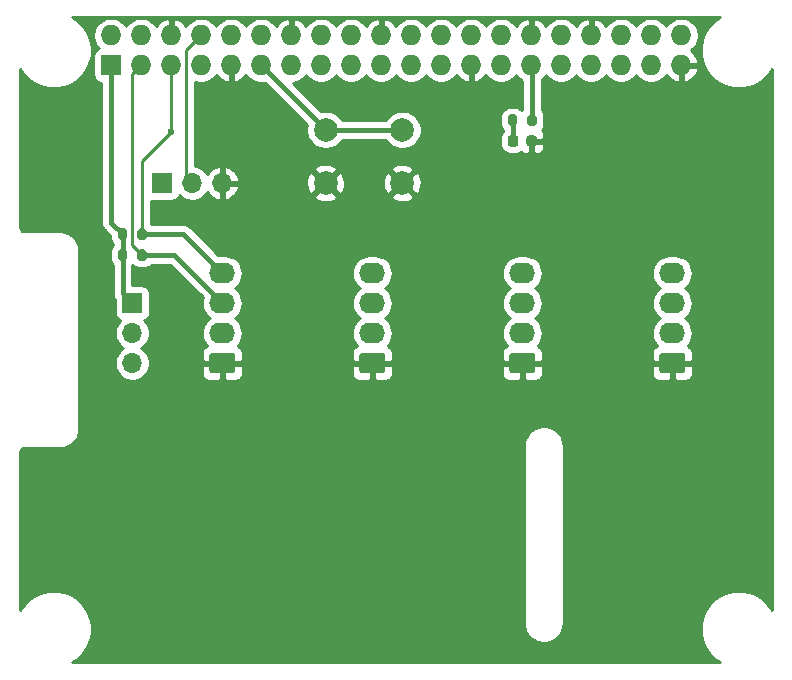
<source format=gtl>
G04 #@! TF.GenerationSoftware,KiCad,Pcbnew,(5.1.7)-1*
G04 #@! TF.CreationDate,2021-05-12T14:55:54+08:00*
G04 #@! TF.ProjectId,pi4-breakout,7069342d-6272-4656-916b-6f75742e6b69,rev?*
G04 #@! TF.SameCoordinates,Original*
G04 #@! TF.FileFunction,Copper,L1,Top*
G04 #@! TF.FilePolarity,Positive*
%FSLAX46Y46*%
G04 Gerber Fmt 4.6, Leading zero omitted, Abs format (unit mm)*
G04 Created by KiCad (PCBNEW (5.1.7)-1) date 2021-05-12 14:55:54*
%MOMM*%
%LPD*%
G01*
G04 APERTURE LIST*
G04 #@! TA.AperFunction,ComponentPad*
%ADD10C,2.000000*%
G04 #@! TD*
G04 #@! TA.AperFunction,ComponentPad*
%ADD11O,1.700000X1.700000*%
G04 #@! TD*
G04 #@! TA.AperFunction,ComponentPad*
%ADD12R,1.700000X1.700000*%
G04 #@! TD*
G04 #@! TA.AperFunction,ComponentPad*
%ADD13O,2.190000X1.740000*%
G04 #@! TD*
G04 #@! TA.AperFunction,ComponentPad*
%ADD14R,1.727200X1.727200*%
G04 #@! TD*
G04 #@! TA.AperFunction,ComponentPad*
%ADD15O,1.727200X1.727200*%
G04 #@! TD*
G04 #@! TA.AperFunction,ViaPad*
%ADD16C,0.600000*%
G04 #@! TD*
G04 #@! TA.AperFunction,Conductor*
%ADD17C,0.400000*%
G04 #@! TD*
G04 #@! TA.AperFunction,Conductor*
%ADD18C,0.250000*%
G04 #@! TD*
G04 #@! TA.AperFunction,Conductor*
%ADD19C,0.254000*%
G04 #@! TD*
G04 #@! TA.AperFunction,Conductor*
%ADD20C,0.100000*%
G04 #@! TD*
G04 APERTURE END LIST*
D10*
X138280000Y-91440000D03*
X138280000Y-86940000D03*
X144780000Y-91440000D03*
X144780000Y-86940000D03*
G04 #@! TA.AperFunction,SMDPad,CuDef*
G36*
G01*
X154515000Y-85831000D02*
X154515000Y-86381000D01*
G75*
G02*
X154315000Y-86581000I-200000J0D01*
G01*
X153915000Y-86581000D01*
G75*
G02*
X153715000Y-86381000I0J200000D01*
G01*
X153715000Y-85831000D01*
G75*
G02*
X153915000Y-85631000I200000J0D01*
G01*
X154315000Y-85631000D01*
G75*
G02*
X154515000Y-85831000I0J-200000D01*
G01*
G37*
G04 #@! TD.AperFunction*
G04 #@! TA.AperFunction,SMDPad,CuDef*
G36*
G01*
X156165000Y-85831000D02*
X156165000Y-86381000D01*
G75*
G02*
X155965000Y-86581000I-200000J0D01*
G01*
X155565000Y-86581000D01*
G75*
G02*
X155365000Y-86381000I0J200000D01*
G01*
X155365000Y-85831000D01*
G75*
G02*
X155565000Y-85631000I200000J0D01*
G01*
X155965000Y-85631000D01*
G75*
G02*
X156165000Y-85831000I0J-200000D01*
G01*
G37*
G04 #@! TD.AperFunction*
G04 #@! TA.AperFunction,SMDPad,CuDef*
G36*
G01*
X122345000Y-96033000D02*
X122345000Y-95483000D01*
G75*
G02*
X122545000Y-95283000I200000J0D01*
G01*
X122945000Y-95283000D01*
G75*
G02*
X123145000Y-95483000I0J-200000D01*
G01*
X123145000Y-96033000D01*
G75*
G02*
X122945000Y-96233000I-200000J0D01*
G01*
X122545000Y-96233000D01*
G75*
G02*
X122345000Y-96033000I0J200000D01*
G01*
G37*
G04 #@! TD.AperFunction*
G04 #@! TA.AperFunction,SMDPad,CuDef*
G36*
G01*
X120695000Y-96033000D02*
X120695000Y-95483000D01*
G75*
G02*
X120895000Y-95283000I200000J0D01*
G01*
X121295000Y-95283000D01*
G75*
G02*
X121495000Y-95483000I0J-200000D01*
G01*
X121495000Y-96033000D01*
G75*
G02*
X121295000Y-96233000I-200000J0D01*
G01*
X120895000Y-96233000D01*
G75*
G02*
X120695000Y-96033000I0J200000D01*
G01*
G37*
G04 #@! TD.AperFunction*
G04 #@! TA.AperFunction,SMDPad,CuDef*
G36*
G01*
X122345000Y-97811000D02*
X122345000Y-97261000D01*
G75*
G02*
X122545000Y-97061000I200000J0D01*
G01*
X122945000Y-97061000D01*
G75*
G02*
X123145000Y-97261000I0J-200000D01*
G01*
X123145000Y-97811000D01*
G75*
G02*
X122945000Y-98011000I-200000J0D01*
G01*
X122545000Y-98011000D01*
G75*
G02*
X122345000Y-97811000I0J200000D01*
G01*
G37*
G04 #@! TD.AperFunction*
G04 #@! TA.AperFunction,SMDPad,CuDef*
G36*
G01*
X120695000Y-97811000D02*
X120695000Y-97261000D01*
G75*
G02*
X120895000Y-97061000I200000J0D01*
G01*
X121295000Y-97061000D01*
G75*
G02*
X121495000Y-97261000I0J-200000D01*
G01*
X121495000Y-97811000D01*
G75*
G02*
X121295000Y-98011000I-200000J0D01*
G01*
X120895000Y-98011000D01*
G75*
G02*
X120695000Y-97811000I0J200000D01*
G01*
G37*
G04 #@! TD.AperFunction*
D11*
X121920000Y-106680000D03*
X121920000Y-104140000D03*
D12*
X121920000Y-101600000D03*
D11*
X129540000Y-91440000D03*
X127000000Y-91440000D03*
D12*
X124460000Y-91440000D03*
D13*
X167640000Y-99060000D03*
X167640000Y-101600000D03*
X167640000Y-104140000D03*
G04 #@! TA.AperFunction,ComponentPad*
G36*
G01*
X168485001Y-107550000D02*
X166794999Y-107550000D01*
G75*
G02*
X166545000Y-107300001I0J249999D01*
G01*
X166545000Y-106059999D01*
G75*
G02*
X166794999Y-105810000I249999J0D01*
G01*
X168485001Y-105810000D01*
G75*
G02*
X168735000Y-106059999I0J-249999D01*
G01*
X168735000Y-107300001D01*
G75*
G02*
X168485001Y-107550000I-249999J0D01*
G01*
G37*
G04 #@! TD.AperFunction*
X154940000Y-99060000D03*
X154940000Y-101600000D03*
X154940000Y-104140000D03*
G04 #@! TA.AperFunction,ComponentPad*
G36*
G01*
X155785001Y-107550000D02*
X154094999Y-107550000D01*
G75*
G02*
X153845000Y-107300001I0J249999D01*
G01*
X153845000Y-106059999D01*
G75*
G02*
X154094999Y-105810000I249999J0D01*
G01*
X155785001Y-105810000D01*
G75*
G02*
X156035000Y-106059999I0J-249999D01*
G01*
X156035000Y-107300001D01*
G75*
G02*
X155785001Y-107550000I-249999J0D01*
G01*
G37*
G04 #@! TD.AperFunction*
X142240000Y-99060000D03*
X142240000Y-101600000D03*
X142240000Y-104140000D03*
G04 #@! TA.AperFunction,ComponentPad*
G36*
G01*
X143085001Y-107550000D02*
X141394999Y-107550000D01*
G75*
G02*
X141145000Y-107300001I0J249999D01*
G01*
X141145000Y-106059999D01*
G75*
G02*
X141394999Y-105810000I249999J0D01*
G01*
X143085001Y-105810000D01*
G75*
G02*
X143335000Y-106059999I0J-249999D01*
G01*
X143335000Y-107300001D01*
G75*
G02*
X143085001Y-107550000I-249999J0D01*
G01*
G37*
G04 #@! TD.AperFunction*
X129540000Y-99060000D03*
X129540000Y-101600000D03*
X129540000Y-104140000D03*
G04 #@! TA.AperFunction,ComponentPad*
G36*
G01*
X130385001Y-107550000D02*
X128694999Y-107550000D01*
G75*
G02*
X128445000Y-107300001I0J249999D01*
G01*
X128445000Y-106059999D01*
G75*
G02*
X128694999Y-105810000I249999J0D01*
G01*
X130385001Y-105810000D01*
G75*
G02*
X130635000Y-106059999I0J-249999D01*
G01*
X130635000Y-107300001D01*
G75*
G02*
X130385001Y-107550000I-249999J0D01*
G01*
G37*
G04 #@! TD.AperFunction*
G04 #@! TA.AperFunction,SMDPad,CuDef*
G36*
G01*
X154590000Y-87627750D02*
X154590000Y-88140250D01*
G75*
G02*
X154371250Y-88359000I-218750J0D01*
G01*
X153933750Y-88359000D01*
G75*
G02*
X153715000Y-88140250I0J218750D01*
G01*
X153715000Y-87627750D01*
G75*
G02*
X153933750Y-87409000I218750J0D01*
G01*
X154371250Y-87409000D01*
G75*
G02*
X154590000Y-87627750I0J-218750D01*
G01*
G37*
G04 #@! TD.AperFunction*
G04 #@! TA.AperFunction,SMDPad,CuDef*
G36*
G01*
X156165000Y-87627750D02*
X156165000Y-88140250D01*
G75*
G02*
X155946250Y-88359000I-218750J0D01*
G01*
X155508750Y-88359000D01*
G75*
G02*
X155290000Y-88140250I0J218750D01*
G01*
X155290000Y-87627750D01*
G75*
G02*
X155508750Y-87409000I218750J0D01*
G01*
X155946250Y-87409000D01*
G75*
G02*
X156165000Y-87627750I0J-218750D01*
G01*
G37*
G04 #@! TD.AperFunction*
D14*
X120130000Y-81470000D03*
D15*
X120130000Y-78930000D03*
X122670000Y-81470000D03*
X122670000Y-78930000D03*
X125210000Y-81470000D03*
X125210000Y-78930000D03*
X127750000Y-81470000D03*
X127750000Y-78930000D03*
X130290000Y-81470000D03*
X130290000Y-78930000D03*
X132830000Y-81470000D03*
X132830000Y-78930000D03*
X135370000Y-81470000D03*
X135370000Y-78930000D03*
X137910000Y-81470000D03*
X137910000Y-78930000D03*
X140450000Y-81470000D03*
X140450000Y-78930000D03*
X142990000Y-81470000D03*
X142990000Y-78930000D03*
X145530000Y-81470000D03*
X145530000Y-78930000D03*
X148070000Y-81470000D03*
X148070000Y-78930000D03*
X150610000Y-81470000D03*
X150610000Y-78930000D03*
X153150000Y-81470000D03*
X153150000Y-78930000D03*
X155690000Y-81470000D03*
X155690000Y-78930000D03*
X158230000Y-81470000D03*
X158230000Y-78930000D03*
X160770000Y-81470000D03*
X160770000Y-78930000D03*
X163310000Y-81470000D03*
X163310000Y-78930000D03*
X165850000Y-81470000D03*
X165850000Y-78930000D03*
X168390000Y-81470000D03*
X168390000Y-78930000D03*
D16*
X125209990Y-87109990D03*
D17*
X154115000Y-87846500D02*
X154152500Y-87884000D01*
X154115000Y-86106000D02*
X154115000Y-87846500D01*
X155765000Y-81545000D02*
X155690000Y-81470000D01*
X155765000Y-86106000D02*
X155765000Y-81545000D01*
X120130000Y-94793000D02*
X121095000Y-95758000D01*
X120130000Y-81470000D02*
X120130000Y-94793000D01*
X121095000Y-100775000D02*
X121920000Y-101600000D01*
X121095000Y-95758000D02*
X121095000Y-100775000D01*
X138280000Y-86920000D02*
X138280000Y-86940000D01*
X132830000Y-81470000D02*
X138280000Y-86920000D01*
X138280000Y-86940000D02*
X144780000Y-86940000D01*
X126238000Y-95758000D02*
X129540000Y-99060000D01*
X122745000Y-95758000D02*
X126238000Y-95758000D01*
D18*
X122745000Y-89574980D02*
X125209990Y-87109990D01*
X125210000Y-87109980D02*
X125209990Y-87109990D01*
X125210000Y-81470000D02*
X125210000Y-87109980D01*
X122745000Y-95758000D02*
X122745000Y-89574980D01*
X126492000Y-90932000D02*
X127000000Y-91440000D01*
X126492000Y-80188000D02*
X126492000Y-90932000D01*
X127750000Y-78930000D02*
X126492000Y-80188000D01*
X121920000Y-96711000D02*
X122745000Y-97536000D01*
X121920000Y-82220000D02*
X121920000Y-96711000D01*
X122670000Y-81470000D02*
X121920000Y-82220000D01*
D17*
X125476000Y-97536000D02*
X129540000Y-101600000D01*
X122745000Y-97536000D02*
X125476000Y-97536000D01*
D19*
X171202907Y-77693425D02*
X170753425Y-78142907D01*
X170400270Y-78671442D01*
X170157012Y-79258719D01*
X170033000Y-79882168D01*
X170033000Y-80517832D01*
X170157012Y-81141281D01*
X170400270Y-81728558D01*
X170753425Y-82257093D01*
X171202907Y-82706575D01*
X171731442Y-83059730D01*
X172318719Y-83302988D01*
X172942168Y-83427000D01*
X173577832Y-83427000D01*
X174201281Y-83302988D01*
X174788558Y-83059730D01*
X175317093Y-82706575D01*
X175766575Y-82257093D01*
X176075000Y-81795501D01*
X176075001Y-127604500D01*
X175766575Y-127142907D01*
X175317093Y-126693425D01*
X174788558Y-126340270D01*
X174201281Y-126097012D01*
X173577832Y-125973000D01*
X172942168Y-125973000D01*
X172318719Y-126097012D01*
X171731442Y-126340270D01*
X171202907Y-126693425D01*
X170753425Y-127142907D01*
X170400270Y-127671442D01*
X170157012Y-128258719D01*
X170033000Y-128882168D01*
X170033000Y-129517832D01*
X170157012Y-130141281D01*
X170400270Y-130728558D01*
X170753425Y-131257093D01*
X171202907Y-131706575D01*
X171664499Y-132015000D01*
X116855501Y-132015000D01*
X117317093Y-131706575D01*
X117766575Y-131257093D01*
X118119730Y-130728558D01*
X118362988Y-130141281D01*
X118487000Y-129517832D01*
X118487000Y-128882168D01*
X118362988Y-128258719D01*
X118119730Y-127671442D01*
X117766575Y-127142907D01*
X117317093Y-126693425D01*
X116788558Y-126340270D01*
X116201281Y-126097012D01*
X115577832Y-125973000D01*
X114942168Y-125973000D01*
X114318719Y-126097012D01*
X113731442Y-126340270D01*
X113202907Y-126693425D01*
X112753425Y-127142907D01*
X112445000Y-127604499D01*
X112445000Y-114233505D01*
X112454222Y-114139453D01*
X112471805Y-114081214D01*
X112500366Y-114027499D01*
X112538816Y-113980354D01*
X112585691Y-113941576D01*
X112639204Y-113912642D01*
X112697323Y-113894651D01*
X112789145Y-113885000D01*
X115793647Y-113885000D01*
X115822955Y-113882113D01*
X115829066Y-113882156D01*
X115838585Y-113881223D01*
X116032682Y-113860822D01*
X116093496Y-113848339D01*
X116154481Y-113836705D01*
X116163637Y-113833941D01*
X116350075Y-113776229D01*
X116407279Y-113752182D01*
X116464873Y-113728913D01*
X116473317Y-113724423D01*
X116580713Y-113666354D01*
X155075000Y-113666354D01*
X155075001Y-128733647D01*
X155078366Y-128767812D01*
X155078366Y-128780806D01*
X155079366Y-128790318D01*
X155101121Y-128984268D01*
X155114025Y-129044976D01*
X155126089Y-129105901D01*
X155128917Y-129115038D01*
X155187930Y-129301068D01*
X155212377Y-129358105D01*
X155236046Y-129415531D01*
X155240595Y-129423944D01*
X155334617Y-129594969D01*
X155369692Y-129646194D01*
X155404050Y-129697906D01*
X155410146Y-129705276D01*
X155535596Y-129854782D01*
X155579974Y-129898240D01*
X155623703Y-129942275D01*
X155631109Y-129948315D01*
X155631113Y-129948319D01*
X155631115Y-129948320D01*
X155783214Y-130070611D01*
X155835139Y-130104589D01*
X155886632Y-130139322D01*
X155895077Y-130143812D01*
X156068033Y-130234232D01*
X156125590Y-130257487D01*
X156182835Y-130281550D01*
X156191991Y-130284315D01*
X156379217Y-130339418D01*
X156440218Y-130351054D01*
X156501015Y-130363534D01*
X156510533Y-130364468D01*
X156704895Y-130382157D01*
X156766986Y-130381723D01*
X156829066Y-130382156D01*
X156838585Y-130381223D01*
X157032682Y-130360822D01*
X157093496Y-130348339D01*
X157154481Y-130336705D01*
X157163637Y-130333941D01*
X157350075Y-130276229D01*
X157407279Y-130252182D01*
X157464873Y-130228913D01*
X157473317Y-130224423D01*
X157644994Y-130131598D01*
X157696468Y-130096878D01*
X157748418Y-130062883D01*
X157755829Y-130056839D01*
X157906207Y-129932435D01*
X157949973Y-129888362D01*
X157994311Y-129844943D01*
X158000408Y-129837574D01*
X158123758Y-129686332D01*
X158158126Y-129634603D01*
X158193191Y-129583392D01*
X158197739Y-129574981D01*
X158197740Y-129574980D01*
X158197742Y-129574976D01*
X158289366Y-129402657D01*
X158313022Y-129345261D01*
X158337482Y-129288193D01*
X158340310Y-129279056D01*
X158396719Y-129092220D01*
X158408780Y-129031310D01*
X158421686Y-128970591D01*
X158422686Y-128961079D01*
X158441731Y-128766845D01*
X158441731Y-128766837D01*
X158445000Y-128733647D01*
X158445000Y-113666353D01*
X158441633Y-113632169D01*
X158441633Y-113619193D01*
X158440634Y-113609681D01*
X158418879Y-113415732D01*
X158405975Y-113355024D01*
X158393911Y-113294099D01*
X158391083Y-113284962D01*
X158332070Y-113098932D01*
X158307618Y-113041882D01*
X158283954Y-112984470D01*
X158279405Y-112976056D01*
X158185383Y-112805031D01*
X158150310Y-112753809D01*
X158115951Y-112702094D01*
X158109854Y-112694724D01*
X157984404Y-112545218D01*
X157940046Y-112501779D01*
X157896297Y-112457724D01*
X157888885Y-112451679D01*
X157736785Y-112329389D01*
X157684845Y-112295401D01*
X157633367Y-112260678D01*
X157624923Y-112256187D01*
X157451967Y-112165768D01*
X157394410Y-112142513D01*
X157337165Y-112118450D01*
X157328009Y-112115685D01*
X157140783Y-112060582D01*
X157079775Y-112048945D01*
X157018985Y-112036466D01*
X157009466Y-112035532D01*
X156815105Y-112017843D01*
X156752981Y-112018277D01*
X156690933Y-112017844D01*
X156681426Y-112018776D01*
X156681419Y-112018776D01*
X156681413Y-112018777D01*
X156487318Y-112039178D01*
X156426504Y-112051661D01*
X156365519Y-112063295D01*
X156356363Y-112066059D01*
X156169925Y-112123771D01*
X156112692Y-112147830D01*
X156055127Y-112171087D01*
X156046682Y-112175577D01*
X155875006Y-112268402D01*
X155823532Y-112303122D01*
X155771582Y-112337117D01*
X155764170Y-112343162D01*
X155613793Y-112467565D01*
X155570027Y-112511638D01*
X155525689Y-112555057D01*
X155519592Y-112562426D01*
X155396242Y-112713668D01*
X155361881Y-112765386D01*
X155326809Y-112816607D01*
X155322260Y-112825020D01*
X155230635Y-112997343D01*
X155206978Y-113054739D01*
X155182519Y-113111807D01*
X155179690Y-113120943D01*
X155123281Y-113307780D01*
X155111219Y-113368698D01*
X155098314Y-113429410D01*
X155097314Y-113438922D01*
X155078269Y-113633155D01*
X155078269Y-113633164D01*
X155075000Y-113666354D01*
X116580713Y-113666354D01*
X116644994Y-113631598D01*
X116696468Y-113596878D01*
X116748418Y-113562883D01*
X116755829Y-113556839D01*
X116906207Y-113432435D01*
X116949973Y-113388362D01*
X116994311Y-113344943D01*
X117000408Y-113337574D01*
X117123758Y-113186332D01*
X117158126Y-113134603D01*
X117193191Y-113083392D01*
X117197739Y-113074981D01*
X117197740Y-113074980D01*
X117197742Y-113074976D01*
X117289366Y-112902657D01*
X117313022Y-112845261D01*
X117337482Y-112788193D01*
X117340310Y-112779056D01*
X117396719Y-112592220D01*
X117408780Y-112531310D01*
X117421686Y-112470591D01*
X117422686Y-112461079D01*
X117441731Y-112266845D01*
X117441731Y-112266837D01*
X117445000Y-112233647D01*
X117445000Y-97166353D01*
X117442113Y-97137045D01*
X117442156Y-97130933D01*
X117441223Y-97121415D01*
X117420822Y-96927318D01*
X117408339Y-96866504D01*
X117396705Y-96805519D01*
X117393941Y-96796363D01*
X117336229Y-96609925D01*
X117312170Y-96552692D01*
X117288913Y-96495127D01*
X117284423Y-96486682D01*
X117191598Y-96315006D01*
X117156878Y-96263532D01*
X117122883Y-96211582D01*
X117116838Y-96204170D01*
X116992435Y-96053793D01*
X116948362Y-96010027D01*
X116904943Y-95965689D01*
X116897574Y-95959592D01*
X116746332Y-95836242D01*
X116694614Y-95801881D01*
X116643393Y-95766809D01*
X116634980Y-95762260D01*
X116462657Y-95670635D01*
X116405261Y-95646978D01*
X116348193Y-95622519D01*
X116339057Y-95619690D01*
X116152220Y-95563281D01*
X116091302Y-95551219D01*
X116030590Y-95538314D01*
X116021078Y-95537314D01*
X115826845Y-95518269D01*
X115826837Y-95518269D01*
X115793647Y-95515000D01*
X112793505Y-95515000D01*
X112699454Y-95505778D01*
X112641213Y-95488194D01*
X112587500Y-95459635D01*
X112540354Y-95421183D01*
X112501577Y-95374310D01*
X112472642Y-95320796D01*
X112454651Y-95262677D01*
X112445000Y-95170855D01*
X112445000Y-81795501D01*
X112753425Y-82257093D01*
X113202907Y-82706575D01*
X113731442Y-83059730D01*
X114318719Y-83302988D01*
X114942168Y-83427000D01*
X115577832Y-83427000D01*
X116201281Y-83302988D01*
X116788558Y-83059730D01*
X117317093Y-82706575D01*
X117766575Y-82257093D01*
X118119730Y-81728558D01*
X118362988Y-81141281D01*
X118469382Y-80606400D01*
X118628328Y-80606400D01*
X118628328Y-82333600D01*
X118640588Y-82458082D01*
X118676898Y-82577780D01*
X118735863Y-82688094D01*
X118815215Y-82784785D01*
X118911906Y-82864137D01*
X119022220Y-82923102D01*
X119141918Y-82959412D01*
X119266400Y-82971672D01*
X119295000Y-82971672D01*
X119295001Y-94751971D01*
X119290960Y-94793000D01*
X119307082Y-94956688D01*
X119354828Y-95114086D01*
X119418735Y-95233647D01*
X119432365Y-95259146D01*
X119536710Y-95386291D01*
X119568574Y-95412441D01*
X120056928Y-95900796D01*
X120056928Y-96033000D01*
X120073031Y-96196500D01*
X120120722Y-96353716D01*
X120198169Y-96498608D01*
X120260000Y-96573949D01*
X120260000Y-96720051D01*
X120198169Y-96795392D01*
X120120722Y-96940284D01*
X120073031Y-97097500D01*
X120056928Y-97261000D01*
X120056928Y-97811000D01*
X120073031Y-97974500D01*
X120120722Y-98131716D01*
X120198169Y-98276608D01*
X120260001Y-98351950D01*
X120260001Y-100733972D01*
X120255960Y-100775000D01*
X120272082Y-100938688D01*
X120319828Y-101096086D01*
X120319829Y-101096087D01*
X120397365Y-101241146D01*
X120431928Y-101283261D01*
X120431928Y-102450000D01*
X120444188Y-102574482D01*
X120480498Y-102694180D01*
X120539463Y-102804494D01*
X120618815Y-102901185D01*
X120715506Y-102980537D01*
X120825820Y-103039502D01*
X120898380Y-103061513D01*
X120766525Y-103193368D01*
X120604010Y-103436589D01*
X120492068Y-103706842D01*
X120435000Y-103993740D01*
X120435000Y-104286260D01*
X120492068Y-104573158D01*
X120604010Y-104843411D01*
X120766525Y-105086632D01*
X120973368Y-105293475D01*
X121147760Y-105410000D01*
X120973368Y-105526525D01*
X120766525Y-105733368D01*
X120604010Y-105976589D01*
X120492068Y-106246842D01*
X120435000Y-106533740D01*
X120435000Y-106826260D01*
X120492068Y-107113158D01*
X120604010Y-107383411D01*
X120766525Y-107626632D01*
X120973368Y-107833475D01*
X121216589Y-107995990D01*
X121486842Y-108107932D01*
X121773740Y-108165000D01*
X122066260Y-108165000D01*
X122353158Y-108107932D01*
X122623411Y-107995990D01*
X122866632Y-107833475D01*
X123073475Y-107626632D01*
X123124678Y-107550000D01*
X127806928Y-107550000D01*
X127819188Y-107674482D01*
X127855498Y-107794180D01*
X127914463Y-107904494D01*
X127993815Y-108001185D01*
X128090506Y-108080537D01*
X128200820Y-108139502D01*
X128320518Y-108175812D01*
X128445000Y-108188072D01*
X129254250Y-108185000D01*
X129413000Y-108026250D01*
X129413000Y-106807000D01*
X129667000Y-106807000D01*
X129667000Y-108026250D01*
X129825750Y-108185000D01*
X130635000Y-108188072D01*
X130759482Y-108175812D01*
X130879180Y-108139502D01*
X130989494Y-108080537D01*
X131086185Y-108001185D01*
X131165537Y-107904494D01*
X131224502Y-107794180D01*
X131260812Y-107674482D01*
X131273072Y-107550000D01*
X140506928Y-107550000D01*
X140519188Y-107674482D01*
X140555498Y-107794180D01*
X140614463Y-107904494D01*
X140693815Y-108001185D01*
X140790506Y-108080537D01*
X140900820Y-108139502D01*
X141020518Y-108175812D01*
X141145000Y-108188072D01*
X141954250Y-108185000D01*
X142113000Y-108026250D01*
X142113000Y-106807000D01*
X142367000Y-106807000D01*
X142367000Y-108026250D01*
X142525750Y-108185000D01*
X143335000Y-108188072D01*
X143459482Y-108175812D01*
X143579180Y-108139502D01*
X143689494Y-108080537D01*
X143786185Y-108001185D01*
X143865537Y-107904494D01*
X143924502Y-107794180D01*
X143960812Y-107674482D01*
X143973072Y-107550000D01*
X153206928Y-107550000D01*
X153219188Y-107674482D01*
X153255498Y-107794180D01*
X153314463Y-107904494D01*
X153393815Y-108001185D01*
X153490506Y-108080537D01*
X153600820Y-108139502D01*
X153720518Y-108175812D01*
X153845000Y-108188072D01*
X154654250Y-108185000D01*
X154813000Y-108026250D01*
X154813000Y-106807000D01*
X155067000Y-106807000D01*
X155067000Y-108026250D01*
X155225750Y-108185000D01*
X156035000Y-108188072D01*
X156159482Y-108175812D01*
X156279180Y-108139502D01*
X156389494Y-108080537D01*
X156486185Y-108001185D01*
X156565537Y-107904494D01*
X156624502Y-107794180D01*
X156660812Y-107674482D01*
X156673072Y-107550000D01*
X165906928Y-107550000D01*
X165919188Y-107674482D01*
X165955498Y-107794180D01*
X166014463Y-107904494D01*
X166093815Y-108001185D01*
X166190506Y-108080537D01*
X166300820Y-108139502D01*
X166420518Y-108175812D01*
X166545000Y-108188072D01*
X167354250Y-108185000D01*
X167513000Y-108026250D01*
X167513000Y-106807000D01*
X167767000Y-106807000D01*
X167767000Y-108026250D01*
X167925750Y-108185000D01*
X168735000Y-108188072D01*
X168859482Y-108175812D01*
X168979180Y-108139502D01*
X169089494Y-108080537D01*
X169186185Y-108001185D01*
X169265537Y-107904494D01*
X169324502Y-107794180D01*
X169360812Y-107674482D01*
X169373072Y-107550000D01*
X169370000Y-106965750D01*
X169211250Y-106807000D01*
X167767000Y-106807000D01*
X167513000Y-106807000D01*
X166068750Y-106807000D01*
X165910000Y-106965750D01*
X165906928Y-107550000D01*
X156673072Y-107550000D01*
X156670000Y-106965750D01*
X156511250Y-106807000D01*
X155067000Y-106807000D01*
X154813000Y-106807000D01*
X153368750Y-106807000D01*
X153210000Y-106965750D01*
X153206928Y-107550000D01*
X143973072Y-107550000D01*
X143970000Y-106965750D01*
X143811250Y-106807000D01*
X142367000Y-106807000D01*
X142113000Y-106807000D01*
X140668750Y-106807000D01*
X140510000Y-106965750D01*
X140506928Y-107550000D01*
X131273072Y-107550000D01*
X131270000Y-106965750D01*
X131111250Y-106807000D01*
X129667000Y-106807000D01*
X129413000Y-106807000D01*
X127968750Y-106807000D01*
X127810000Y-106965750D01*
X127806928Y-107550000D01*
X123124678Y-107550000D01*
X123235990Y-107383411D01*
X123347932Y-107113158D01*
X123405000Y-106826260D01*
X123405000Y-106533740D01*
X123347932Y-106246842D01*
X123235990Y-105976589D01*
X123073475Y-105733368D01*
X122866632Y-105526525D01*
X122692240Y-105410000D01*
X122866632Y-105293475D01*
X123073475Y-105086632D01*
X123235990Y-104843411D01*
X123347932Y-104573158D01*
X123405000Y-104286260D01*
X123405000Y-103993740D01*
X123347932Y-103706842D01*
X123235990Y-103436589D01*
X123073475Y-103193368D01*
X122941620Y-103061513D01*
X123014180Y-103039502D01*
X123124494Y-102980537D01*
X123221185Y-102901185D01*
X123300537Y-102804494D01*
X123359502Y-102694180D01*
X123395812Y-102574482D01*
X123408072Y-102450000D01*
X123408072Y-100750000D01*
X123395812Y-100625518D01*
X123359502Y-100505820D01*
X123300537Y-100395506D01*
X123221185Y-100298815D01*
X123124494Y-100219463D01*
X123014180Y-100160498D01*
X122894482Y-100124188D01*
X122770000Y-100111928D01*
X121930000Y-100111928D01*
X121930000Y-98376319D01*
X121952394Y-98403606D01*
X122079392Y-98507831D01*
X122224284Y-98585278D01*
X122381500Y-98632969D01*
X122545000Y-98649072D01*
X122945000Y-98649072D01*
X123108500Y-98632969D01*
X123265716Y-98585278D01*
X123410608Y-98507831D01*
X123537606Y-98403606D01*
X123564365Y-98371000D01*
X125130133Y-98371000D01*
X127885848Y-101126717D01*
X127831776Y-101304968D01*
X127802718Y-101600000D01*
X127831776Y-101895032D01*
X127917834Y-102178725D01*
X128057583Y-102440179D01*
X128245655Y-102669345D01*
X128474821Y-102857417D01*
X128498362Y-102870000D01*
X128474821Y-102882583D01*
X128245655Y-103070655D01*
X128057583Y-103299821D01*
X127917834Y-103561275D01*
X127831776Y-103844968D01*
X127802718Y-104140000D01*
X127831776Y-104435032D01*
X127917834Y-104718725D01*
X128057583Y-104980179D01*
X128244047Y-105207385D01*
X128200820Y-105220498D01*
X128090506Y-105279463D01*
X127993815Y-105358815D01*
X127914463Y-105455506D01*
X127855498Y-105565820D01*
X127819188Y-105685518D01*
X127806928Y-105810000D01*
X127810000Y-106394250D01*
X127968750Y-106553000D01*
X129413000Y-106553000D01*
X129413000Y-106533000D01*
X129667000Y-106533000D01*
X129667000Y-106553000D01*
X131111250Y-106553000D01*
X131270000Y-106394250D01*
X131273072Y-105810000D01*
X131260812Y-105685518D01*
X131224502Y-105565820D01*
X131165537Y-105455506D01*
X131086185Y-105358815D01*
X130989494Y-105279463D01*
X130879180Y-105220498D01*
X130835953Y-105207385D01*
X131022417Y-104980179D01*
X131162166Y-104718725D01*
X131248224Y-104435032D01*
X131277282Y-104140000D01*
X131248224Y-103844968D01*
X131162166Y-103561275D01*
X131022417Y-103299821D01*
X130834345Y-103070655D01*
X130605179Y-102882583D01*
X130581638Y-102870000D01*
X130605179Y-102857417D01*
X130834345Y-102669345D01*
X131022417Y-102440179D01*
X131162166Y-102178725D01*
X131248224Y-101895032D01*
X131277282Y-101600000D01*
X131248224Y-101304968D01*
X131162166Y-101021275D01*
X131022417Y-100759821D01*
X130834345Y-100530655D01*
X130605179Y-100342583D01*
X130581638Y-100330000D01*
X130605179Y-100317417D01*
X130834345Y-100129345D01*
X131022417Y-99900179D01*
X131162166Y-99638725D01*
X131248224Y-99355032D01*
X131277282Y-99060000D01*
X140502718Y-99060000D01*
X140531776Y-99355032D01*
X140617834Y-99638725D01*
X140757583Y-99900179D01*
X140945655Y-100129345D01*
X141174821Y-100317417D01*
X141198362Y-100330000D01*
X141174821Y-100342583D01*
X140945655Y-100530655D01*
X140757583Y-100759821D01*
X140617834Y-101021275D01*
X140531776Y-101304968D01*
X140502718Y-101600000D01*
X140531776Y-101895032D01*
X140617834Y-102178725D01*
X140757583Y-102440179D01*
X140945655Y-102669345D01*
X141174821Y-102857417D01*
X141198362Y-102870000D01*
X141174821Y-102882583D01*
X140945655Y-103070655D01*
X140757583Y-103299821D01*
X140617834Y-103561275D01*
X140531776Y-103844968D01*
X140502718Y-104140000D01*
X140531776Y-104435032D01*
X140617834Y-104718725D01*
X140757583Y-104980179D01*
X140944047Y-105207385D01*
X140900820Y-105220498D01*
X140790506Y-105279463D01*
X140693815Y-105358815D01*
X140614463Y-105455506D01*
X140555498Y-105565820D01*
X140519188Y-105685518D01*
X140506928Y-105810000D01*
X140510000Y-106394250D01*
X140668750Y-106553000D01*
X142113000Y-106553000D01*
X142113000Y-106533000D01*
X142367000Y-106533000D01*
X142367000Y-106553000D01*
X143811250Y-106553000D01*
X143970000Y-106394250D01*
X143973072Y-105810000D01*
X143960812Y-105685518D01*
X143924502Y-105565820D01*
X143865537Y-105455506D01*
X143786185Y-105358815D01*
X143689494Y-105279463D01*
X143579180Y-105220498D01*
X143535953Y-105207385D01*
X143722417Y-104980179D01*
X143862166Y-104718725D01*
X143948224Y-104435032D01*
X143977282Y-104140000D01*
X143948224Y-103844968D01*
X143862166Y-103561275D01*
X143722417Y-103299821D01*
X143534345Y-103070655D01*
X143305179Y-102882583D01*
X143281638Y-102870000D01*
X143305179Y-102857417D01*
X143534345Y-102669345D01*
X143722417Y-102440179D01*
X143862166Y-102178725D01*
X143948224Y-101895032D01*
X143977282Y-101600000D01*
X143948224Y-101304968D01*
X143862166Y-101021275D01*
X143722417Y-100759821D01*
X143534345Y-100530655D01*
X143305179Y-100342583D01*
X143281638Y-100330000D01*
X143305179Y-100317417D01*
X143534345Y-100129345D01*
X143722417Y-99900179D01*
X143862166Y-99638725D01*
X143948224Y-99355032D01*
X143977282Y-99060000D01*
X153202718Y-99060000D01*
X153231776Y-99355032D01*
X153317834Y-99638725D01*
X153457583Y-99900179D01*
X153645655Y-100129345D01*
X153874821Y-100317417D01*
X153898362Y-100330000D01*
X153874821Y-100342583D01*
X153645655Y-100530655D01*
X153457583Y-100759821D01*
X153317834Y-101021275D01*
X153231776Y-101304968D01*
X153202718Y-101600000D01*
X153231776Y-101895032D01*
X153317834Y-102178725D01*
X153457583Y-102440179D01*
X153645655Y-102669345D01*
X153874821Y-102857417D01*
X153898362Y-102870000D01*
X153874821Y-102882583D01*
X153645655Y-103070655D01*
X153457583Y-103299821D01*
X153317834Y-103561275D01*
X153231776Y-103844968D01*
X153202718Y-104140000D01*
X153231776Y-104435032D01*
X153317834Y-104718725D01*
X153457583Y-104980179D01*
X153644047Y-105207385D01*
X153600820Y-105220498D01*
X153490506Y-105279463D01*
X153393815Y-105358815D01*
X153314463Y-105455506D01*
X153255498Y-105565820D01*
X153219188Y-105685518D01*
X153206928Y-105810000D01*
X153210000Y-106394250D01*
X153368750Y-106553000D01*
X154813000Y-106553000D01*
X154813000Y-106533000D01*
X155067000Y-106533000D01*
X155067000Y-106553000D01*
X156511250Y-106553000D01*
X156670000Y-106394250D01*
X156673072Y-105810000D01*
X156660812Y-105685518D01*
X156624502Y-105565820D01*
X156565537Y-105455506D01*
X156486185Y-105358815D01*
X156389494Y-105279463D01*
X156279180Y-105220498D01*
X156235953Y-105207385D01*
X156422417Y-104980179D01*
X156562166Y-104718725D01*
X156648224Y-104435032D01*
X156677282Y-104140000D01*
X156648224Y-103844968D01*
X156562166Y-103561275D01*
X156422417Y-103299821D01*
X156234345Y-103070655D01*
X156005179Y-102882583D01*
X155981638Y-102870000D01*
X156005179Y-102857417D01*
X156234345Y-102669345D01*
X156422417Y-102440179D01*
X156562166Y-102178725D01*
X156648224Y-101895032D01*
X156677282Y-101600000D01*
X156648224Y-101304968D01*
X156562166Y-101021275D01*
X156422417Y-100759821D01*
X156234345Y-100530655D01*
X156005179Y-100342583D01*
X155981638Y-100330000D01*
X156005179Y-100317417D01*
X156234345Y-100129345D01*
X156422417Y-99900179D01*
X156562166Y-99638725D01*
X156648224Y-99355032D01*
X156677282Y-99060000D01*
X165902718Y-99060000D01*
X165931776Y-99355032D01*
X166017834Y-99638725D01*
X166157583Y-99900179D01*
X166345655Y-100129345D01*
X166574821Y-100317417D01*
X166598362Y-100330000D01*
X166574821Y-100342583D01*
X166345655Y-100530655D01*
X166157583Y-100759821D01*
X166017834Y-101021275D01*
X165931776Y-101304968D01*
X165902718Y-101600000D01*
X165931776Y-101895032D01*
X166017834Y-102178725D01*
X166157583Y-102440179D01*
X166345655Y-102669345D01*
X166574821Y-102857417D01*
X166598362Y-102870000D01*
X166574821Y-102882583D01*
X166345655Y-103070655D01*
X166157583Y-103299821D01*
X166017834Y-103561275D01*
X165931776Y-103844968D01*
X165902718Y-104140000D01*
X165931776Y-104435032D01*
X166017834Y-104718725D01*
X166157583Y-104980179D01*
X166344047Y-105207385D01*
X166300820Y-105220498D01*
X166190506Y-105279463D01*
X166093815Y-105358815D01*
X166014463Y-105455506D01*
X165955498Y-105565820D01*
X165919188Y-105685518D01*
X165906928Y-105810000D01*
X165910000Y-106394250D01*
X166068750Y-106553000D01*
X167513000Y-106553000D01*
X167513000Y-106533000D01*
X167767000Y-106533000D01*
X167767000Y-106553000D01*
X169211250Y-106553000D01*
X169370000Y-106394250D01*
X169373072Y-105810000D01*
X169360812Y-105685518D01*
X169324502Y-105565820D01*
X169265537Y-105455506D01*
X169186185Y-105358815D01*
X169089494Y-105279463D01*
X168979180Y-105220498D01*
X168935953Y-105207385D01*
X169122417Y-104980179D01*
X169262166Y-104718725D01*
X169348224Y-104435032D01*
X169377282Y-104140000D01*
X169348224Y-103844968D01*
X169262166Y-103561275D01*
X169122417Y-103299821D01*
X168934345Y-103070655D01*
X168705179Y-102882583D01*
X168681638Y-102870000D01*
X168705179Y-102857417D01*
X168934345Y-102669345D01*
X169122417Y-102440179D01*
X169262166Y-102178725D01*
X169348224Y-101895032D01*
X169377282Y-101600000D01*
X169348224Y-101304968D01*
X169262166Y-101021275D01*
X169122417Y-100759821D01*
X168934345Y-100530655D01*
X168705179Y-100342583D01*
X168681638Y-100330000D01*
X168705179Y-100317417D01*
X168934345Y-100129345D01*
X169122417Y-99900179D01*
X169262166Y-99638725D01*
X169348224Y-99355032D01*
X169377282Y-99060000D01*
X169348224Y-98764968D01*
X169262166Y-98481275D01*
X169122417Y-98219821D01*
X168934345Y-97990655D01*
X168705179Y-97802583D01*
X168443725Y-97662834D01*
X168160032Y-97576776D01*
X167938936Y-97555000D01*
X167341064Y-97555000D01*
X167119968Y-97576776D01*
X166836275Y-97662834D01*
X166574821Y-97802583D01*
X166345655Y-97990655D01*
X166157583Y-98219821D01*
X166017834Y-98481275D01*
X165931776Y-98764968D01*
X165902718Y-99060000D01*
X156677282Y-99060000D01*
X156648224Y-98764968D01*
X156562166Y-98481275D01*
X156422417Y-98219821D01*
X156234345Y-97990655D01*
X156005179Y-97802583D01*
X155743725Y-97662834D01*
X155460032Y-97576776D01*
X155238936Y-97555000D01*
X154641064Y-97555000D01*
X154419968Y-97576776D01*
X154136275Y-97662834D01*
X153874821Y-97802583D01*
X153645655Y-97990655D01*
X153457583Y-98219821D01*
X153317834Y-98481275D01*
X153231776Y-98764968D01*
X153202718Y-99060000D01*
X143977282Y-99060000D01*
X143948224Y-98764968D01*
X143862166Y-98481275D01*
X143722417Y-98219821D01*
X143534345Y-97990655D01*
X143305179Y-97802583D01*
X143043725Y-97662834D01*
X142760032Y-97576776D01*
X142538936Y-97555000D01*
X141941064Y-97555000D01*
X141719968Y-97576776D01*
X141436275Y-97662834D01*
X141174821Y-97802583D01*
X140945655Y-97990655D01*
X140757583Y-98219821D01*
X140617834Y-98481275D01*
X140531776Y-98764968D01*
X140502718Y-99060000D01*
X131277282Y-99060000D01*
X131248224Y-98764968D01*
X131162166Y-98481275D01*
X131022417Y-98219821D01*
X130834345Y-97990655D01*
X130605179Y-97802583D01*
X130343725Y-97662834D01*
X130060032Y-97576776D01*
X129838936Y-97555000D01*
X129241064Y-97555000D01*
X129218127Y-97557259D01*
X126857446Y-95196579D01*
X126831291Y-95164709D01*
X126704146Y-95060364D01*
X126559087Y-94982828D01*
X126401689Y-94935082D01*
X126279019Y-94923000D01*
X126279018Y-94923000D01*
X126238000Y-94918960D01*
X126196982Y-94923000D01*
X123564365Y-94923000D01*
X123537606Y-94890394D01*
X123505000Y-94863635D01*
X123505000Y-92917731D01*
X123610000Y-92928072D01*
X125310000Y-92928072D01*
X125434482Y-92915812D01*
X125554180Y-92879502D01*
X125664494Y-92820537D01*
X125761185Y-92741185D01*
X125840537Y-92644494D01*
X125899502Y-92534180D01*
X125921513Y-92461620D01*
X126053368Y-92593475D01*
X126296589Y-92755990D01*
X126566842Y-92867932D01*
X126853740Y-92925000D01*
X127146260Y-92925000D01*
X127433158Y-92867932D01*
X127703411Y-92755990D01*
X127946632Y-92593475D01*
X128153475Y-92386632D01*
X128275195Y-92204466D01*
X128344822Y-92321355D01*
X128539731Y-92537588D01*
X128773080Y-92711641D01*
X129035901Y-92836825D01*
X129183110Y-92881476D01*
X129413000Y-92760155D01*
X129413000Y-91567000D01*
X129667000Y-91567000D01*
X129667000Y-92760155D01*
X129896890Y-92881476D01*
X130044099Y-92836825D01*
X130306920Y-92711641D01*
X130489557Y-92575413D01*
X137324192Y-92575413D01*
X137419956Y-92839814D01*
X137709571Y-92980704D01*
X138021108Y-93062384D01*
X138342595Y-93081718D01*
X138661675Y-93037961D01*
X138966088Y-92932795D01*
X139140044Y-92839814D01*
X139235808Y-92575413D01*
X143824192Y-92575413D01*
X143919956Y-92839814D01*
X144209571Y-92980704D01*
X144521108Y-93062384D01*
X144842595Y-93081718D01*
X145161675Y-93037961D01*
X145466088Y-92932795D01*
X145640044Y-92839814D01*
X145735808Y-92575413D01*
X144780000Y-91619605D01*
X143824192Y-92575413D01*
X139235808Y-92575413D01*
X138280000Y-91619605D01*
X137324192Y-92575413D01*
X130489557Y-92575413D01*
X130540269Y-92537588D01*
X130735178Y-92321355D01*
X130884157Y-92071252D01*
X130981481Y-91796891D01*
X130860814Y-91567000D01*
X129667000Y-91567000D01*
X129413000Y-91567000D01*
X129393000Y-91567000D01*
X129393000Y-91502595D01*
X136638282Y-91502595D01*
X136682039Y-91821675D01*
X136787205Y-92126088D01*
X136880186Y-92300044D01*
X137144587Y-92395808D01*
X138100395Y-91440000D01*
X138459605Y-91440000D01*
X139415413Y-92395808D01*
X139679814Y-92300044D01*
X139820704Y-92010429D01*
X139902384Y-91698892D01*
X139914189Y-91502595D01*
X143138282Y-91502595D01*
X143182039Y-91821675D01*
X143287205Y-92126088D01*
X143380186Y-92300044D01*
X143644587Y-92395808D01*
X144600395Y-91440000D01*
X144959605Y-91440000D01*
X145915413Y-92395808D01*
X146179814Y-92300044D01*
X146320704Y-92010429D01*
X146402384Y-91698892D01*
X146421718Y-91377405D01*
X146377961Y-91058325D01*
X146272795Y-90753912D01*
X146179814Y-90579956D01*
X145915413Y-90484192D01*
X144959605Y-91440000D01*
X144600395Y-91440000D01*
X143644587Y-90484192D01*
X143380186Y-90579956D01*
X143239296Y-90869571D01*
X143157616Y-91181108D01*
X143138282Y-91502595D01*
X139914189Y-91502595D01*
X139921718Y-91377405D01*
X139877961Y-91058325D01*
X139772795Y-90753912D01*
X139679814Y-90579956D01*
X139415413Y-90484192D01*
X138459605Y-91440000D01*
X138100395Y-91440000D01*
X137144587Y-90484192D01*
X136880186Y-90579956D01*
X136739296Y-90869571D01*
X136657616Y-91181108D01*
X136638282Y-91502595D01*
X129393000Y-91502595D01*
X129393000Y-91313000D01*
X129413000Y-91313000D01*
X129413000Y-90119845D01*
X129667000Y-90119845D01*
X129667000Y-91313000D01*
X130860814Y-91313000D01*
X130981481Y-91083109D01*
X130884157Y-90808748D01*
X130735178Y-90558645D01*
X130540269Y-90342412D01*
X130489558Y-90304587D01*
X137324192Y-90304587D01*
X138280000Y-91260395D01*
X139235808Y-90304587D01*
X143824192Y-90304587D01*
X144780000Y-91260395D01*
X145735808Y-90304587D01*
X145640044Y-90040186D01*
X145350429Y-89899296D01*
X145038892Y-89817616D01*
X144717405Y-89798282D01*
X144398325Y-89842039D01*
X144093912Y-89947205D01*
X143919956Y-90040186D01*
X143824192Y-90304587D01*
X139235808Y-90304587D01*
X139140044Y-90040186D01*
X138850429Y-89899296D01*
X138538892Y-89817616D01*
X138217405Y-89798282D01*
X137898325Y-89842039D01*
X137593912Y-89947205D01*
X137419956Y-90040186D01*
X137324192Y-90304587D01*
X130489558Y-90304587D01*
X130306920Y-90168359D01*
X130044099Y-90043175D01*
X129896890Y-89998524D01*
X129667000Y-90119845D01*
X129413000Y-90119845D01*
X129183110Y-89998524D01*
X129035901Y-90043175D01*
X128773080Y-90168359D01*
X128539731Y-90342412D01*
X128344822Y-90558645D01*
X128275195Y-90675534D01*
X128153475Y-90493368D01*
X127946632Y-90286525D01*
X127703411Y-90124010D01*
X127433158Y-90012068D01*
X127252000Y-89976033D01*
X127252000Y-82885795D01*
X127312875Y-82911010D01*
X127602401Y-82968600D01*
X127897599Y-82968600D01*
X128187125Y-82911010D01*
X128459853Y-82798042D01*
X128705302Y-82634039D01*
X128914039Y-82425302D01*
X129024559Y-82259897D01*
X129083183Y-82358488D01*
X129279707Y-82576854D01*
X129515056Y-82752684D01*
X129780186Y-82879222D01*
X129930974Y-82924958D01*
X130163000Y-82803817D01*
X130163000Y-81597000D01*
X130143000Y-81597000D01*
X130143000Y-81343000D01*
X130163000Y-81343000D01*
X130163000Y-81323000D01*
X130417000Y-81323000D01*
X130417000Y-81343000D01*
X130437000Y-81343000D01*
X130437000Y-81597000D01*
X130417000Y-81597000D01*
X130417000Y-82803817D01*
X130649026Y-82924958D01*
X130799814Y-82879222D01*
X131064944Y-82752684D01*
X131300293Y-82576854D01*
X131496817Y-82358488D01*
X131555441Y-82259897D01*
X131665961Y-82425302D01*
X131874698Y-82634039D01*
X132120147Y-82798042D01*
X132392875Y-82911010D01*
X132682401Y-82968600D01*
X132977599Y-82968600D01*
X133119506Y-82940373D01*
X136696946Y-86517815D01*
X136645000Y-86778967D01*
X136645000Y-87101033D01*
X136707832Y-87416912D01*
X136831082Y-87714463D01*
X137010013Y-87982252D01*
X137237748Y-88209987D01*
X137505537Y-88388918D01*
X137803088Y-88512168D01*
X138118967Y-88575000D01*
X138441033Y-88575000D01*
X138756912Y-88512168D01*
X139054463Y-88388918D01*
X139322252Y-88209987D01*
X139549987Y-87982252D01*
X139688468Y-87775000D01*
X143371532Y-87775000D01*
X143510013Y-87982252D01*
X143737748Y-88209987D01*
X144005537Y-88388918D01*
X144303088Y-88512168D01*
X144618967Y-88575000D01*
X144941033Y-88575000D01*
X145256912Y-88512168D01*
X145554463Y-88388918D01*
X145822252Y-88209987D01*
X146049987Y-87982252D01*
X146228918Y-87714463D01*
X146352168Y-87416912D01*
X146415000Y-87101033D01*
X146415000Y-86778967D01*
X146352168Y-86463088D01*
X146228918Y-86165537D01*
X146049987Y-85897748D01*
X145822252Y-85670013D01*
X145554463Y-85491082D01*
X145256912Y-85367832D01*
X144941033Y-85305000D01*
X144618967Y-85305000D01*
X144303088Y-85367832D01*
X144005537Y-85491082D01*
X143737748Y-85670013D01*
X143510013Y-85897748D01*
X143371532Y-86105000D01*
X139688468Y-86105000D01*
X139549987Y-85897748D01*
X139322252Y-85670013D01*
X139054463Y-85491082D01*
X138756912Y-85367832D01*
X138441033Y-85305000D01*
X138118967Y-85305000D01*
X137891178Y-85350310D01*
X135509468Y-82968600D01*
X135517599Y-82968600D01*
X135807125Y-82911010D01*
X136079853Y-82798042D01*
X136325302Y-82634039D01*
X136534039Y-82425302D01*
X136640000Y-82266719D01*
X136745961Y-82425302D01*
X136954698Y-82634039D01*
X137200147Y-82798042D01*
X137472875Y-82911010D01*
X137762401Y-82968600D01*
X138057599Y-82968600D01*
X138347125Y-82911010D01*
X138619853Y-82798042D01*
X138865302Y-82634039D01*
X139074039Y-82425302D01*
X139180000Y-82266719D01*
X139285961Y-82425302D01*
X139494698Y-82634039D01*
X139740147Y-82798042D01*
X140012875Y-82911010D01*
X140302401Y-82968600D01*
X140597599Y-82968600D01*
X140887125Y-82911010D01*
X141159853Y-82798042D01*
X141405302Y-82634039D01*
X141614039Y-82425302D01*
X141720000Y-82266719D01*
X141825961Y-82425302D01*
X142034698Y-82634039D01*
X142280147Y-82798042D01*
X142552875Y-82911010D01*
X142842401Y-82968600D01*
X143137599Y-82968600D01*
X143427125Y-82911010D01*
X143699853Y-82798042D01*
X143945302Y-82634039D01*
X144154039Y-82425302D01*
X144260000Y-82266719D01*
X144365961Y-82425302D01*
X144574698Y-82634039D01*
X144820147Y-82798042D01*
X145092875Y-82911010D01*
X145382401Y-82968600D01*
X145677599Y-82968600D01*
X145967125Y-82911010D01*
X146239853Y-82798042D01*
X146485302Y-82634039D01*
X146694039Y-82425302D01*
X146800000Y-82266719D01*
X146905961Y-82425302D01*
X147114698Y-82634039D01*
X147360147Y-82798042D01*
X147632875Y-82911010D01*
X147922401Y-82968600D01*
X148217599Y-82968600D01*
X148507125Y-82911010D01*
X148779853Y-82798042D01*
X149025302Y-82634039D01*
X149234039Y-82425302D01*
X149344559Y-82259897D01*
X149403183Y-82358488D01*
X149599707Y-82576854D01*
X149835056Y-82752684D01*
X150100186Y-82879222D01*
X150250974Y-82924958D01*
X150483000Y-82803817D01*
X150483000Y-81597000D01*
X150463000Y-81597000D01*
X150463000Y-81343000D01*
X150483000Y-81343000D01*
X150483000Y-81323000D01*
X150737000Y-81323000D01*
X150737000Y-81343000D01*
X150757000Y-81343000D01*
X150757000Y-81597000D01*
X150737000Y-81597000D01*
X150737000Y-82803817D01*
X150969026Y-82924958D01*
X151119814Y-82879222D01*
X151384944Y-82752684D01*
X151620293Y-82576854D01*
X151816817Y-82358488D01*
X151875441Y-82259897D01*
X151985961Y-82425302D01*
X152194698Y-82634039D01*
X152440147Y-82798042D01*
X152712875Y-82911010D01*
X153002401Y-82968600D01*
X153297599Y-82968600D01*
X153587125Y-82911010D01*
X153859853Y-82798042D01*
X154105302Y-82634039D01*
X154314039Y-82425302D01*
X154420000Y-82266719D01*
X154525961Y-82425302D01*
X154734698Y-82634039D01*
X154930001Y-82764535D01*
X154930000Y-85265681D01*
X154907606Y-85238394D01*
X154780608Y-85134169D01*
X154635716Y-85056722D01*
X154478500Y-85009031D01*
X154315000Y-84992928D01*
X153915000Y-84992928D01*
X153751500Y-85009031D01*
X153594284Y-85056722D01*
X153449392Y-85134169D01*
X153322394Y-85238394D01*
X153218169Y-85365392D01*
X153140722Y-85510284D01*
X153093031Y-85667500D01*
X153076928Y-85831000D01*
X153076928Y-86381000D01*
X153093031Y-86544500D01*
X153140722Y-86701716D01*
X153218169Y-86846608D01*
X153280000Y-86921950D01*
X153280001Y-87080233D01*
X153221329Y-87151725D01*
X153142150Y-87299858D01*
X153093392Y-87460592D01*
X153076928Y-87627750D01*
X153076928Y-88140250D01*
X153093392Y-88307408D01*
X153142150Y-88468142D01*
X153221329Y-88616275D01*
X153327885Y-88746115D01*
X153457725Y-88852671D01*
X153605858Y-88931850D01*
X153766592Y-88980608D01*
X153933750Y-88997072D01*
X154371250Y-88997072D01*
X154538408Y-88980608D01*
X154699142Y-88931850D01*
X154847275Y-88852671D01*
X154868930Y-88834900D01*
X154935506Y-88889537D01*
X155045820Y-88948502D01*
X155165518Y-88984812D01*
X155290000Y-88997072D01*
X155441750Y-88994000D01*
X155600500Y-88835250D01*
X155600500Y-88011000D01*
X155854500Y-88011000D01*
X155854500Y-88835250D01*
X156013250Y-88994000D01*
X156165000Y-88997072D01*
X156289482Y-88984812D01*
X156409180Y-88948502D01*
X156519494Y-88889537D01*
X156616185Y-88810185D01*
X156695537Y-88713494D01*
X156754502Y-88603180D01*
X156790812Y-88483482D01*
X156803072Y-88359000D01*
X156800000Y-88169750D01*
X156641250Y-88011000D01*
X155854500Y-88011000D01*
X155600500Y-88011000D01*
X155580500Y-88011000D01*
X155580500Y-87757000D01*
X155600500Y-87757000D01*
X155600500Y-87737000D01*
X155854500Y-87737000D01*
X155854500Y-87757000D01*
X156641250Y-87757000D01*
X156800000Y-87598250D01*
X156803072Y-87409000D01*
X156790812Y-87284518D01*
X156754502Y-87164820D01*
X156695537Y-87054506D01*
X156616185Y-86957815D01*
X156588925Y-86935444D01*
X156661831Y-86846608D01*
X156739278Y-86701716D01*
X156786969Y-86544500D01*
X156803072Y-86381000D01*
X156803072Y-85831000D01*
X156786969Y-85667500D01*
X156739278Y-85510284D01*
X156661831Y-85365392D01*
X156600000Y-85290051D01*
X156600000Y-82664309D01*
X156645302Y-82634039D01*
X156854039Y-82425302D01*
X156960000Y-82266719D01*
X157065961Y-82425302D01*
X157274698Y-82634039D01*
X157520147Y-82798042D01*
X157792875Y-82911010D01*
X158082401Y-82968600D01*
X158377599Y-82968600D01*
X158667125Y-82911010D01*
X158939853Y-82798042D01*
X159185302Y-82634039D01*
X159394039Y-82425302D01*
X159500000Y-82266719D01*
X159605961Y-82425302D01*
X159814698Y-82634039D01*
X160060147Y-82798042D01*
X160332875Y-82911010D01*
X160622401Y-82968600D01*
X160917599Y-82968600D01*
X161207125Y-82911010D01*
X161479853Y-82798042D01*
X161725302Y-82634039D01*
X161934039Y-82425302D01*
X162040000Y-82266719D01*
X162145961Y-82425302D01*
X162354698Y-82634039D01*
X162600147Y-82798042D01*
X162872875Y-82911010D01*
X163162401Y-82968600D01*
X163457599Y-82968600D01*
X163747125Y-82911010D01*
X164019853Y-82798042D01*
X164265302Y-82634039D01*
X164474039Y-82425302D01*
X164580000Y-82266719D01*
X164685961Y-82425302D01*
X164894698Y-82634039D01*
X165140147Y-82798042D01*
X165412875Y-82911010D01*
X165702401Y-82968600D01*
X165997599Y-82968600D01*
X166287125Y-82911010D01*
X166559853Y-82798042D01*
X166805302Y-82634039D01*
X167014039Y-82425302D01*
X167124559Y-82259897D01*
X167183183Y-82358488D01*
X167379707Y-82576854D01*
X167615056Y-82752684D01*
X167880186Y-82879222D01*
X168030974Y-82924958D01*
X168263000Y-82803817D01*
X168263000Y-81597000D01*
X168517000Y-81597000D01*
X168517000Y-82803817D01*
X168749026Y-82924958D01*
X168899814Y-82879222D01*
X169164944Y-82752684D01*
X169400293Y-82576854D01*
X169596817Y-82358488D01*
X169746964Y-82105978D01*
X169844963Y-81829027D01*
X169724464Y-81597000D01*
X168517000Y-81597000D01*
X168263000Y-81597000D01*
X168243000Y-81597000D01*
X168243000Y-81343000D01*
X168263000Y-81343000D01*
X168263000Y-81323000D01*
X168517000Y-81323000D01*
X168517000Y-81343000D01*
X169724464Y-81343000D01*
X169844963Y-81110973D01*
X169746964Y-80834022D01*
X169596817Y-80581512D01*
X169400293Y-80363146D01*
X169184187Y-80201692D01*
X169345302Y-80094039D01*
X169554039Y-79885302D01*
X169718042Y-79639853D01*
X169831010Y-79367125D01*
X169888600Y-79077599D01*
X169888600Y-78782401D01*
X169831010Y-78492875D01*
X169718042Y-78220147D01*
X169554039Y-77974698D01*
X169345302Y-77765961D01*
X169099853Y-77601958D01*
X168827125Y-77488990D01*
X168537599Y-77431400D01*
X168242401Y-77431400D01*
X167952875Y-77488990D01*
X167680147Y-77601958D01*
X167434698Y-77765961D01*
X167225961Y-77974698D01*
X167120000Y-78133281D01*
X167014039Y-77974698D01*
X166805302Y-77765961D01*
X166559853Y-77601958D01*
X166287125Y-77488990D01*
X165997599Y-77431400D01*
X165702401Y-77431400D01*
X165412875Y-77488990D01*
X165140147Y-77601958D01*
X164894698Y-77765961D01*
X164685961Y-77974698D01*
X164580000Y-78133281D01*
X164474039Y-77974698D01*
X164265302Y-77765961D01*
X164019853Y-77601958D01*
X163747125Y-77488990D01*
X163457599Y-77431400D01*
X163162401Y-77431400D01*
X162872875Y-77488990D01*
X162600147Y-77601958D01*
X162354698Y-77765961D01*
X162145961Y-77974698D01*
X162035441Y-78140103D01*
X161976817Y-78041512D01*
X161780293Y-77823146D01*
X161544944Y-77647316D01*
X161279814Y-77520778D01*
X161129026Y-77475042D01*
X160897000Y-77596183D01*
X160897000Y-78803000D01*
X160917000Y-78803000D01*
X160917000Y-79057000D01*
X160897000Y-79057000D01*
X160897000Y-79077000D01*
X160643000Y-79077000D01*
X160643000Y-79057000D01*
X160623000Y-79057000D01*
X160623000Y-78803000D01*
X160643000Y-78803000D01*
X160643000Y-77596183D01*
X160410974Y-77475042D01*
X160260186Y-77520778D01*
X159995056Y-77647316D01*
X159759707Y-77823146D01*
X159563183Y-78041512D01*
X159504559Y-78140103D01*
X159394039Y-77974698D01*
X159185302Y-77765961D01*
X158939853Y-77601958D01*
X158667125Y-77488990D01*
X158377599Y-77431400D01*
X158082401Y-77431400D01*
X157792875Y-77488990D01*
X157520147Y-77601958D01*
X157274698Y-77765961D01*
X157065961Y-77974698D01*
X156955441Y-78140103D01*
X156896817Y-78041512D01*
X156700293Y-77823146D01*
X156464944Y-77647316D01*
X156199814Y-77520778D01*
X156049026Y-77475042D01*
X155817000Y-77596183D01*
X155817000Y-78803000D01*
X155837000Y-78803000D01*
X155837000Y-79057000D01*
X155817000Y-79057000D01*
X155817000Y-79077000D01*
X155563000Y-79077000D01*
X155563000Y-79057000D01*
X155543000Y-79057000D01*
X155543000Y-78803000D01*
X155563000Y-78803000D01*
X155563000Y-77596183D01*
X155330974Y-77475042D01*
X155180186Y-77520778D01*
X154915056Y-77647316D01*
X154679707Y-77823146D01*
X154483183Y-78041512D01*
X154424559Y-78140103D01*
X154314039Y-77974698D01*
X154105302Y-77765961D01*
X153859853Y-77601958D01*
X153587125Y-77488990D01*
X153297599Y-77431400D01*
X153002401Y-77431400D01*
X152712875Y-77488990D01*
X152440147Y-77601958D01*
X152194698Y-77765961D01*
X151985961Y-77974698D01*
X151880000Y-78133281D01*
X151774039Y-77974698D01*
X151565302Y-77765961D01*
X151319853Y-77601958D01*
X151047125Y-77488990D01*
X150757599Y-77431400D01*
X150462401Y-77431400D01*
X150172875Y-77488990D01*
X149900147Y-77601958D01*
X149654698Y-77765961D01*
X149445961Y-77974698D01*
X149340000Y-78133281D01*
X149234039Y-77974698D01*
X149025302Y-77765961D01*
X148779853Y-77601958D01*
X148507125Y-77488990D01*
X148217599Y-77431400D01*
X147922401Y-77431400D01*
X147632875Y-77488990D01*
X147360147Y-77601958D01*
X147114698Y-77765961D01*
X146905961Y-77974698D01*
X146800000Y-78133281D01*
X146694039Y-77974698D01*
X146485302Y-77765961D01*
X146239853Y-77601958D01*
X145967125Y-77488990D01*
X145677599Y-77431400D01*
X145382401Y-77431400D01*
X145092875Y-77488990D01*
X144820147Y-77601958D01*
X144574698Y-77765961D01*
X144365961Y-77974698D01*
X144255441Y-78140103D01*
X144196817Y-78041512D01*
X144000293Y-77823146D01*
X143764944Y-77647316D01*
X143499814Y-77520778D01*
X143349026Y-77475042D01*
X143117000Y-77596183D01*
X143117000Y-78803000D01*
X143137000Y-78803000D01*
X143137000Y-79057000D01*
X143117000Y-79057000D01*
X143117000Y-79077000D01*
X142863000Y-79077000D01*
X142863000Y-79057000D01*
X142843000Y-79057000D01*
X142843000Y-78803000D01*
X142863000Y-78803000D01*
X142863000Y-77596183D01*
X142630974Y-77475042D01*
X142480186Y-77520778D01*
X142215056Y-77647316D01*
X141979707Y-77823146D01*
X141783183Y-78041512D01*
X141724559Y-78140103D01*
X141614039Y-77974698D01*
X141405302Y-77765961D01*
X141159853Y-77601958D01*
X140887125Y-77488990D01*
X140597599Y-77431400D01*
X140302401Y-77431400D01*
X140012875Y-77488990D01*
X139740147Y-77601958D01*
X139494698Y-77765961D01*
X139285961Y-77974698D01*
X139180000Y-78133281D01*
X139074039Y-77974698D01*
X138865302Y-77765961D01*
X138619853Y-77601958D01*
X138347125Y-77488990D01*
X138057599Y-77431400D01*
X137762401Y-77431400D01*
X137472875Y-77488990D01*
X137200147Y-77601958D01*
X136954698Y-77765961D01*
X136745961Y-77974698D01*
X136635441Y-78140103D01*
X136576817Y-78041512D01*
X136380293Y-77823146D01*
X136144944Y-77647316D01*
X135879814Y-77520778D01*
X135729026Y-77475042D01*
X135497000Y-77596183D01*
X135497000Y-78803000D01*
X135517000Y-78803000D01*
X135517000Y-79057000D01*
X135497000Y-79057000D01*
X135497000Y-79077000D01*
X135243000Y-79077000D01*
X135243000Y-79057000D01*
X135223000Y-79057000D01*
X135223000Y-78803000D01*
X135243000Y-78803000D01*
X135243000Y-77596183D01*
X135010974Y-77475042D01*
X134860186Y-77520778D01*
X134595056Y-77647316D01*
X134359707Y-77823146D01*
X134163183Y-78041512D01*
X134104559Y-78140103D01*
X133994039Y-77974698D01*
X133785302Y-77765961D01*
X133539853Y-77601958D01*
X133267125Y-77488990D01*
X132977599Y-77431400D01*
X132682401Y-77431400D01*
X132392875Y-77488990D01*
X132120147Y-77601958D01*
X131874698Y-77765961D01*
X131665961Y-77974698D01*
X131560000Y-78133281D01*
X131454039Y-77974698D01*
X131245302Y-77765961D01*
X130999853Y-77601958D01*
X130727125Y-77488990D01*
X130437599Y-77431400D01*
X130142401Y-77431400D01*
X129852875Y-77488990D01*
X129580147Y-77601958D01*
X129334698Y-77765961D01*
X129125961Y-77974698D01*
X129020000Y-78133281D01*
X128914039Y-77974698D01*
X128705302Y-77765961D01*
X128459853Y-77601958D01*
X128187125Y-77488990D01*
X127897599Y-77431400D01*
X127602401Y-77431400D01*
X127312875Y-77488990D01*
X127040147Y-77601958D01*
X126794698Y-77765961D01*
X126585961Y-77974698D01*
X126475441Y-78140103D01*
X126416817Y-78041512D01*
X126220293Y-77823146D01*
X125984944Y-77647316D01*
X125719814Y-77520778D01*
X125569026Y-77475042D01*
X125337000Y-77596183D01*
X125337000Y-78803000D01*
X125357000Y-78803000D01*
X125357000Y-79057000D01*
X125337000Y-79057000D01*
X125337000Y-79077000D01*
X125083000Y-79077000D01*
X125083000Y-79057000D01*
X125063000Y-79057000D01*
X125063000Y-78803000D01*
X125083000Y-78803000D01*
X125083000Y-77596183D01*
X124850974Y-77475042D01*
X124700186Y-77520778D01*
X124435056Y-77647316D01*
X124199707Y-77823146D01*
X124003183Y-78041512D01*
X123944559Y-78140103D01*
X123834039Y-77974698D01*
X123625302Y-77765961D01*
X123379853Y-77601958D01*
X123107125Y-77488990D01*
X122817599Y-77431400D01*
X122522401Y-77431400D01*
X122232875Y-77488990D01*
X121960147Y-77601958D01*
X121714698Y-77765961D01*
X121505961Y-77974698D01*
X121400000Y-78133281D01*
X121294039Y-77974698D01*
X121085302Y-77765961D01*
X120839853Y-77601958D01*
X120567125Y-77488990D01*
X120277599Y-77431400D01*
X119982401Y-77431400D01*
X119692875Y-77488990D01*
X119420147Y-77601958D01*
X119174698Y-77765961D01*
X118965961Y-77974698D01*
X118801958Y-78220147D01*
X118688990Y-78492875D01*
X118631400Y-78782401D01*
X118631400Y-79077599D01*
X118688990Y-79367125D01*
X118801958Y-79639853D01*
X118965961Y-79885302D01*
X119080023Y-79999364D01*
X119022220Y-80016898D01*
X118911906Y-80075863D01*
X118815215Y-80155215D01*
X118735863Y-80251906D01*
X118676898Y-80362220D01*
X118640588Y-80481918D01*
X118628328Y-80606400D01*
X118469382Y-80606400D01*
X118487000Y-80517832D01*
X118487000Y-79882168D01*
X118362988Y-79258719D01*
X118119730Y-78671442D01*
X117766575Y-78142907D01*
X117317093Y-77693425D01*
X116855501Y-77385000D01*
X171664499Y-77385000D01*
X171202907Y-77693425D01*
G04 #@! TA.AperFunction,Conductor*
D20*
G36*
X171202907Y-77693425D02*
G01*
X170753425Y-78142907D01*
X170400270Y-78671442D01*
X170157012Y-79258719D01*
X170033000Y-79882168D01*
X170033000Y-80517832D01*
X170157012Y-81141281D01*
X170400270Y-81728558D01*
X170753425Y-82257093D01*
X171202907Y-82706575D01*
X171731442Y-83059730D01*
X172318719Y-83302988D01*
X172942168Y-83427000D01*
X173577832Y-83427000D01*
X174201281Y-83302988D01*
X174788558Y-83059730D01*
X175317093Y-82706575D01*
X175766575Y-82257093D01*
X176075000Y-81795501D01*
X176075001Y-127604500D01*
X175766575Y-127142907D01*
X175317093Y-126693425D01*
X174788558Y-126340270D01*
X174201281Y-126097012D01*
X173577832Y-125973000D01*
X172942168Y-125973000D01*
X172318719Y-126097012D01*
X171731442Y-126340270D01*
X171202907Y-126693425D01*
X170753425Y-127142907D01*
X170400270Y-127671442D01*
X170157012Y-128258719D01*
X170033000Y-128882168D01*
X170033000Y-129517832D01*
X170157012Y-130141281D01*
X170400270Y-130728558D01*
X170753425Y-131257093D01*
X171202907Y-131706575D01*
X171664499Y-132015000D01*
X116855501Y-132015000D01*
X117317093Y-131706575D01*
X117766575Y-131257093D01*
X118119730Y-130728558D01*
X118362988Y-130141281D01*
X118487000Y-129517832D01*
X118487000Y-128882168D01*
X118362988Y-128258719D01*
X118119730Y-127671442D01*
X117766575Y-127142907D01*
X117317093Y-126693425D01*
X116788558Y-126340270D01*
X116201281Y-126097012D01*
X115577832Y-125973000D01*
X114942168Y-125973000D01*
X114318719Y-126097012D01*
X113731442Y-126340270D01*
X113202907Y-126693425D01*
X112753425Y-127142907D01*
X112445000Y-127604499D01*
X112445000Y-114233505D01*
X112454222Y-114139453D01*
X112471805Y-114081214D01*
X112500366Y-114027499D01*
X112538816Y-113980354D01*
X112585691Y-113941576D01*
X112639204Y-113912642D01*
X112697323Y-113894651D01*
X112789145Y-113885000D01*
X115793647Y-113885000D01*
X115822955Y-113882113D01*
X115829066Y-113882156D01*
X115838585Y-113881223D01*
X116032682Y-113860822D01*
X116093496Y-113848339D01*
X116154481Y-113836705D01*
X116163637Y-113833941D01*
X116350075Y-113776229D01*
X116407279Y-113752182D01*
X116464873Y-113728913D01*
X116473317Y-113724423D01*
X116580713Y-113666354D01*
X155075000Y-113666354D01*
X155075001Y-128733647D01*
X155078366Y-128767812D01*
X155078366Y-128780806D01*
X155079366Y-128790318D01*
X155101121Y-128984268D01*
X155114025Y-129044976D01*
X155126089Y-129105901D01*
X155128917Y-129115038D01*
X155187930Y-129301068D01*
X155212377Y-129358105D01*
X155236046Y-129415531D01*
X155240595Y-129423944D01*
X155334617Y-129594969D01*
X155369692Y-129646194D01*
X155404050Y-129697906D01*
X155410146Y-129705276D01*
X155535596Y-129854782D01*
X155579974Y-129898240D01*
X155623703Y-129942275D01*
X155631109Y-129948315D01*
X155631113Y-129948319D01*
X155631115Y-129948320D01*
X155783214Y-130070611D01*
X155835139Y-130104589D01*
X155886632Y-130139322D01*
X155895077Y-130143812D01*
X156068033Y-130234232D01*
X156125590Y-130257487D01*
X156182835Y-130281550D01*
X156191991Y-130284315D01*
X156379217Y-130339418D01*
X156440218Y-130351054D01*
X156501015Y-130363534D01*
X156510533Y-130364468D01*
X156704895Y-130382157D01*
X156766986Y-130381723D01*
X156829066Y-130382156D01*
X156838585Y-130381223D01*
X157032682Y-130360822D01*
X157093496Y-130348339D01*
X157154481Y-130336705D01*
X157163637Y-130333941D01*
X157350075Y-130276229D01*
X157407279Y-130252182D01*
X157464873Y-130228913D01*
X157473317Y-130224423D01*
X157644994Y-130131598D01*
X157696468Y-130096878D01*
X157748418Y-130062883D01*
X157755829Y-130056839D01*
X157906207Y-129932435D01*
X157949973Y-129888362D01*
X157994311Y-129844943D01*
X158000408Y-129837574D01*
X158123758Y-129686332D01*
X158158126Y-129634603D01*
X158193191Y-129583392D01*
X158197739Y-129574981D01*
X158197740Y-129574980D01*
X158197742Y-129574976D01*
X158289366Y-129402657D01*
X158313022Y-129345261D01*
X158337482Y-129288193D01*
X158340310Y-129279056D01*
X158396719Y-129092220D01*
X158408780Y-129031310D01*
X158421686Y-128970591D01*
X158422686Y-128961079D01*
X158441731Y-128766845D01*
X158441731Y-128766837D01*
X158445000Y-128733647D01*
X158445000Y-113666353D01*
X158441633Y-113632169D01*
X158441633Y-113619193D01*
X158440634Y-113609681D01*
X158418879Y-113415732D01*
X158405975Y-113355024D01*
X158393911Y-113294099D01*
X158391083Y-113284962D01*
X158332070Y-113098932D01*
X158307618Y-113041882D01*
X158283954Y-112984470D01*
X158279405Y-112976056D01*
X158185383Y-112805031D01*
X158150310Y-112753809D01*
X158115951Y-112702094D01*
X158109854Y-112694724D01*
X157984404Y-112545218D01*
X157940046Y-112501779D01*
X157896297Y-112457724D01*
X157888885Y-112451679D01*
X157736785Y-112329389D01*
X157684845Y-112295401D01*
X157633367Y-112260678D01*
X157624923Y-112256187D01*
X157451967Y-112165768D01*
X157394410Y-112142513D01*
X157337165Y-112118450D01*
X157328009Y-112115685D01*
X157140783Y-112060582D01*
X157079775Y-112048945D01*
X157018985Y-112036466D01*
X157009466Y-112035532D01*
X156815105Y-112017843D01*
X156752981Y-112018277D01*
X156690933Y-112017844D01*
X156681426Y-112018776D01*
X156681419Y-112018776D01*
X156681413Y-112018777D01*
X156487318Y-112039178D01*
X156426504Y-112051661D01*
X156365519Y-112063295D01*
X156356363Y-112066059D01*
X156169925Y-112123771D01*
X156112692Y-112147830D01*
X156055127Y-112171087D01*
X156046682Y-112175577D01*
X155875006Y-112268402D01*
X155823532Y-112303122D01*
X155771582Y-112337117D01*
X155764170Y-112343162D01*
X155613793Y-112467565D01*
X155570027Y-112511638D01*
X155525689Y-112555057D01*
X155519592Y-112562426D01*
X155396242Y-112713668D01*
X155361881Y-112765386D01*
X155326809Y-112816607D01*
X155322260Y-112825020D01*
X155230635Y-112997343D01*
X155206978Y-113054739D01*
X155182519Y-113111807D01*
X155179690Y-113120943D01*
X155123281Y-113307780D01*
X155111219Y-113368698D01*
X155098314Y-113429410D01*
X155097314Y-113438922D01*
X155078269Y-113633155D01*
X155078269Y-113633164D01*
X155075000Y-113666354D01*
X116580713Y-113666354D01*
X116644994Y-113631598D01*
X116696468Y-113596878D01*
X116748418Y-113562883D01*
X116755829Y-113556839D01*
X116906207Y-113432435D01*
X116949973Y-113388362D01*
X116994311Y-113344943D01*
X117000408Y-113337574D01*
X117123758Y-113186332D01*
X117158126Y-113134603D01*
X117193191Y-113083392D01*
X117197739Y-113074981D01*
X117197740Y-113074980D01*
X117197742Y-113074976D01*
X117289366Y-112902657D01*
X117313022Y-112845261D01*
X117337482Y-112788193D01*
X117340310Y-112779056D01*
X117396719Y-112592220D01*
X117408780Y-112531310D01*
X117421686Y-112470591D01*
X117422686Y-112461079D01*
X117441731Y-112266845D01*
X117441731Y-112266837D01*
X117445000Y-112233647D01*
X117445000Y-97166353D01*
X117442113Y-97137045D01*
X117442156Y-97130933D01*
X117441223Y-97121415D01*
X117420822Y-96927318D01*
X117408339Y-96866504D01*
X117396705Y-96805519D01*
X117393941Y-96796363D01*
X117336229Y-96609925D01*
X117312170Y-96552692D01*
X117288913Y-96495127D01*
X117284423Y-96486682D01*
X117191598Y-96315006D01*
X117156878Y-96263532D01*
X117122883Y-96211582D01*
X117116838Y-96204170D01*
X116992435Y-96053793D01*
X116948362Y-96010027D01*
X116904943Y-95965689D01*
X116897574Y-95959592D01*
X116746332Y-95836242D01*
X116694614Y-95801881D01*
X116643393Y-95766809D01*
X116634980Y-95762260D01*
X116462657Y-95670635D01*
X116405261Y-95646978D01*
X116348193Y-95622519D01*
X116339057Y-95619690D01*
X116152220Y-95563281D01*
X116091302Y-95551219D01*
X116030590Y-95538314D01*
X116021078Y-95537314D01*
X115826845Y-95518269D01*
X115826837Y-95518269D01*
X115793647Y-95515000D01*
X112793505Y-95515000D01*
X112699454Y-95505778D01*
X112641213Y-95488194D01*
X112587500Y-95459635D01*
X112540354Y-95421183D01*
X112501577Y-95374310D01*
X112472642Y-95320796D01*
X112454651Y-95262677D01*
X112445000Y-95170855D01*
X112445000Y-81795501D01*
X112753425Y-82257093D01*
X113202907Y-82706575D01*
X113731442Y-83059730D01*
X114318719Y-83302988D01*
X114942168Y-83427000D01*
X115577832Y-83427000D01*
X116201281Y-83302988D01*
X116788558Y-83059730D01*
X117317093Y-82706575D01*
X117766575Y-82257093D01*
X118119730Y-81728558D01*
X118362988Y-81141281D01*
X118469382Y-80606400D01*
X118628328Y-80606400D01*
X118628328Y-82333600D01*
X118640588Y-82458082D01*
X118676898Y-82577780D01*
X118735863Y-82688094D01*
X118815215Y-82784785D01*
X118911906Y-82864137D01*
X119022220Y-82923102D01*
X119141918Y-82959412D01*
X119266400Y-82971672D01*
X119295000Y-82971672D01*
X119295001Y-94751971D01*
X119290960Y-94793000D01*
X119307082Y-94956688D01*
X119354828Y-95114086D01*
X119418735Y-95233647D01*
X119432365Y-95259146D01*
X119536710Y-95386291D01*
X119568574Y-95412441D01*
X120056928Y-95900796D01*
X120056928Y-96033000D01*
X120073031Y-96196500D01*
X120120722Y-96353716D01*
X120198169Y-96498608D01*
X120260000Y-96573949D01*
X120260000Y-96720051D01*
X120198169Y-96795392D01*
X120120722Y-96940284D01*
X120073031Y-97097500D01*
X120056928Y-97261000D01*
X120056928Y-97811000D01*
X120073031Y-97974500D01*
X120120722Y-98131716D01*
X120198169Y-98276608D01*
X120260001Y-98351950D01*
X120260001Y-100733972D01*
X120255960Y-100775000D01*
X120272082Y-100938688D01*
X120319828Y-101096086D01*
X120319829Y-101096087D01*
X120397365Y-101241146D01*
X120431928Y-101283261D01*
X120431928Y-102450000D01*
X120444188Y-102574482D01*
X120480498Y-102694180D01*
X120539463Y-102804494D01*
X120618815Y-102901185D01*
X120715506Y-102980537D01*
X120825820Y-103039502D01*
X120898380Y-103061513D01*
X120766525Y-103193368D01*
X120604010Y-103436589D01*
X120492068Y-103706842D01*
X120435000Y-103993740D01*
X120435000Y-104286260D01*
X120492068Y-104573158D01*
X120604010Y-104843411D01*
X120766525Y-105086632D01*
X120973368Y-105293475D01*
X121147760Y-105410000D01*
X120973368Y-105526525D01*
X120766525Y-105733368D01*
X120604010Y-105976589D01*
X120492068Y-106246842D01*
X120435000Y-106533740D01*
X120435000Y-106826260D01*
X120492068Y-107113158D01*
X120604010Y-107383411D01*
X120766525Y-107626632D01*
X120973368Y-107833475D01*
X121216589Y-107995990D01*
X121486842Y-108107932D01*
X121773740Y-108165000D01*
X122066260Y-108165000D01*
X122353158Y-108107932D01*
X122623411Y-107995990D01*
X122866632Y-107833475D01*
X123073475Y-107626632D01*
X123124678Y-107550000D01*
X127806928Y-107550000D01*
X127819188Y-107674482D01*
X127855498Y-107794180D01*
X127914463Y-107904494D01*
X127993815Y-108001185D01*
X128090506Y-108080537D01*
X128200820Y-108139502D01*
X128320518Y-108175812D01*
X128445000Y-108188072D01*
X129254250Y-108185000D01*
X129413000Y-108026250D01*
X129413000Y-106807000D01*
X129667000Y-106807000D01*
X129667000Y-108026250D01*
X129825750Y-108185000D01*
X130635000Y-108188072D01*
X130759482Y-108175812D01*
X130879180Y-108139502D01*
X130989494Y-108080537D01*
X131086185Y-108001185D01*
X131165537Y-107904494D01*
X131224502Y-107794180D01*
X131260812Y-107674482D01*
X131273072Y-107550000D01*
X140506928Y-107550000D01*
X140519188Y-107674482D01*
X140555498Y-107794180D01*
X140614463Y-107904494D01*
X140693815Y-108001185D01*
X140790506Y-108080537D01*
X140900820Y-108139502D01*
X141020518Y-108175812D01*
X141145000Y-108188072D01*
X141954250Y-108185000D01*
X142113000Y-108026250D01*
X142113000Y-106807000D01*
X142367000Y-106807000D01*
X142367000Y-108026250D01*
X142525750Y-108185000D01*
X143335000Y-108188072D01*
X143459482Y-108175812D01*
X143579180Y-108139502D01*
X143689494Y-108080537D01*
X143786185Y-108001185D01*
X143865537Y-107904494D01*
X143924502Y-107794180D01*
X143960812Y-107674482D01*
X143973072Y-107550000D01*
X153206928Y-107550000D01*
X153219188Y-107674482D01*
X153255498Y-107794180D01*
X153314463Y-107904494D01*
X153393815Y-108001185D01*
X153490506Y-108080537D01*
X153600820Y-108139502D01*
X153720518Y-108175812D01*
X153845000Y-108188072D01*
X154654250Y-108185000D01*
X154813000Y-108026250D01*
X154813000Y-106807000D01*
X155067000Y-106807000D01*
X155067000Y-108026250D01*
X155225750Y-108185000D01*
X156035000Y-108188072D01*
X156159482Y-108175812D01*
X156279180Y-108139502D01*
X156389494Y-108080537D01*
X156486185Y-108001185D01*
X156565537Y-107904494D01*
X156624502Y-107794180D01*
X156660812Y-107674482D01*
X156673072Y-107550000D01*
X165906928Y-107550000D01*
X165919188Y-107674482D01*
X165955498Y-107794180D01*
X166014463Y-107904494D01*
X166093815Y-108001185D01*
X166190506Y-108080537D01*
X166300820Y-108139502D01*
X166420518Y-108175812D01*
X166545000Y-108188072D01*
X167354250Y-108185000D01*
X167513000Y-108026250D01*
X167513000Y-106807000D01*
X167767000Y-106807000D01*
X167767000Y-108026250D01*
X167925750Y-108185000D01*
X168735000Y-108188072D01*
X168859482Y-108175812D01*
X168979180Y-108139502D01*
X169089494Y-108080537D01*
X169186185Y-108001185D01*
X169265537Y-107904494D01*
X169324502Y-107794180D01*
X169360812Y-107674482D01*
X169373072Y-107550000D01*
X169370000Y-106965750D01*
X169211250Y-106807000D01*
X167767000Y-106807000D01*
X167513000Y-106807000D01*
X166068750Y-106807000D01*
X165910000Y-106965750D01*
X165906928Y-107550000D01*
X156673072Y-107550000D01*
X156670000Y-106965750D01*
X156511250Y-106807000D01*
X155067000Y-106807000D01*
X154813000Y-106807000D01*
X153368750Y-106807000D01*
X153210000Y-106965750D01*
X153206928Y-107550000D01*
X143973072Y-107550000D01*
X143970000Y-106965750D01*
X143811250Y-106807000D01*
X142367000Y-106807000D01*
X142113000Y-106807000D01*
X140668750Y-106807000D01*
X140510000Y-106965750D01*
X140506928Y-107550000D01*
X131273072Y-107550000D01*
X131270000Y-106965750D01*
X131111250Y-106807000D01*
X129667000Y-106807000D01*
X129413000Y-106807000D01*
X127968750Y-106807000D01*
X127810000Y-106965750D01*
X127806928Y-107550000D01*
X123124678Y-107550000D01*
X123235990Y-107383411D01*
X123347932Y-107113158D01*
X123405000Y-106826260D01*
X123405000Y-106533740D01*
X123347932Y-106246842D01*
X123235990Y-105976589D01*
X123073475Y-105733368D01*
X122866632Y-105526525D01*
X122692240Y-105410000D01*
X122866632Y-105293475D01*
X123073475Y-105086632D01*
X123235990Y-104843411D01*
X123347932Y-104573158D01*
X123405000Y-104286260D01*
X123405000Y-103993740D01*
X123347932Y-103706842D01*
X123235990Y-103436589D01*
X123073475Y-103193368D01*
X122941620Y-103061513D01*
X123014180Y-103039502D01*
X123124494Y-102980537D01*
X123221185Y-102901185D01*
X123300537Y-102804494D01*
X123359502Y-102694180D01*
X123395812Y-102574482D01*
X123408072Y-102450000D01*
X123408072Y-100750000D01*
X123395812Y-100625518D01*
X123359502Y-100505820D01*
X123300537Y-100395506D01*
X123221185Y-100298815D01*
X123124494Y-100219463D01*
X123014180Y-100160498D01*
X122894482Y-100124188D01*
X122770000Y-100111928D01*
X121930000Y-100111928D01*
X121930000Y-98376319D01*
X121952394Y-98403606D01*
X122079392Y-98507831D01*
X122224284Y-98585278D01*
X122381500Y-98632969D01*
X122545000Y-98649072D01*
X122945000Y-98649072D01*
X123108500Y-98632969D01*
X123265716Y-98585278D01*
X123410608Y-98507831D01*
X123537606Y-98403606D01*
X123564365Y-98371000D01*
X125130133Y-98371000D01*
X127885848Y-101126717D01*
X127831776Y-101304968D01*
X127802718Y-101600000D01*
X127831776Y-101895032D01*
X127917834Y-102178725D01*
X128057583Y-102440179D01*
X128245655Y-102669345D01*
X128474821Y-102857417D01*
X128498362Y-102870000D01*
X128474821Y-102882583D01*
X128245655Y-103070655D01*
X128057583Y-103299821D01*
X127917834Y-103561275D01*
X127831776Y-103844968D01*
X127802718Y-104140000D01*
X127831776Y-104435032D01*
X127917834Y-104718725D01*
X128057583Y-104980179D01*
X128244047Y-105207385D01*
X128200820Y-105220498D01*
X128090506Y-105279463D01*
X127993815Y-105358815D01*
X127914463Y-105455506D01*
X127855498Y-105565820D01*
X127819188Y-105685518D01*
X127806928Y-105810000D01*
X127810000Y-106394250D01*
X127968750Y-106553000D01*
X129413000Y-106553000D01*
X129413000Y-106533000D01*
X129667000Y-106533000D01*
X129667000Y-106553000D01*
X131111250Y-106553000D01*
X131270000Y-106394250D01*
X131273072Y-105810000D01*
X131260812Y-105685518D01*
X131224502Y-105565820D01*
X131165537Y-105455506D01*
X131086185Y-105358815D01*
X130989494Y-105279463D01*
X130879180Y-105220498D01*
X130835953Y-105207385D01*
X131022417Y-104980179D01*
X131162166Y-104718725D01*
X131248224Y-104435032D01*
X131277282Y-104140000D01*
X131248224Y-103844968D01*
X131162166Y-103561275D01*
X131022417Y-103299821D01*
X130834345Y-103070655D01*
X130605179Y-102882583D01*
X130581638Y-102870000D01*
X130605179Y-102857417D01*
X130834345Y-102669345D01*
X131022417Y-102440179D01*
X131162166Y-102178725D01*
X131248224Y-101895032D01*
X131277282Y-101600000D01*
X131248224Y-101304968D01*
X131162166Y-101021275D01*
X131022417Y-100759821D01*
X130834345Y-100530655D01*
X130605179Y-100342583D01*
X130581638Y-100330000D01*
X130605179Y-100317417D01*
X130834345Y-100129345D01*
X131022417Y-99900179D01*
X131162166Y-99638725D01*
X131248224Y-99355032D01*
X131277282Y-99060000D01*
X140502718Y-99060000D01*
X140531776Y-99355032D01*
X140617834Y-99638725D01*
X140757583Y-99900179D01*
X140945655Y-100129345D01*
X141174821Y-100317417D01*
X141198362Y-100330000D01*
X141174821Y-100342583D01*
X140945655Y-100530655D01*
X140757583Y-100759821D01*
X140617834Y-101021275D01*
X140531776Y-101304968D01*
X140502718Y-101600000D01*
X140531776Y-101895032D01*
X140617834Y-102178725D01*
X140757583Y-102440179D01*
X140945655Y-102669345D01*
X141174821Y-102857417D01*
X141198362Y-102870000D01*
X141174821Y-102882583D01*
X140945655Y-103070655D01*
X140757583Y-103299821D01*
X140617834Y-103561275D01*
X140531776Y-103844968D01*
X140502718Y-104140000D01*
X140531776Y-104435032D01*
X140617834Y-104718725D01*
X140757583Y-104980179D01*
X140944047Y-105207385D01*
X140900820Y-105220498D01*
X140790506Y-105279463D01*
X140693815Y-105358815D01*
X140614463Y-105455506D01*
X140555498Y-105565820D01*
X140519188Y-105685518D01*
X140506928Y-105810000D01*
X140510000Y-106394250D01*
X140668750Y-106553000D01*
X142113000Y-106553000D01*
X142113000Y-106533000D01*
X142367000Y-106533000D01*
X142367000Y-106553000D01*
X143811250Y-106553000D01*
X143970000Y-106394250D01*
X143973072Y-105810000D01*
X143960812Y-105685518D01*
X143924502Y-105565820D01*
X143865537Y-105455506D01*
X143786185Y-105358815D01*
X143689494Y-105279463D01*
X143579180Y-105220498D01*
X143535953Y-105207385D01*
X143722417Y-104980179D01*
X143862166Y-104718725D01*
X143948224Y-104435032D01*
X143977282Y-104140000D01*
X143948224Y-103844968D01*
X143862166Y-103561275D01*
X143722417Y-103299821D01*
X143534345Y-103070655D01*
X143305179Y-102882583D01*
X143281638Y-102870000D01*
X143305179Y-102857417D01*
X143534345Y-102669345D01*
X143722417Y-102440179D01*
X143862166Y-102178725D01*
X143948224Y-101895032D01*
X143977282Y-101600000D01*
X143948224Y-101304968D01*
X143862166Y-101021275D01*
X143722417Y-100759821D01*
X143534345Y-100530655D01*
X143305179Y-100342583D01*
X143281638Y-100330000D01*
X143305179Y-100317417D01*
X143534345Y-100129345D01*
X143722417Y-99900179D01*
X143862166Y-99638725D01*
X143948224Y-99355032D01*
X143977282Y-99060000D01*
X153202718Y-99060000D01*
X153231776Y-99355032D01*
X153317834Y-99638725D01*
X153457583Y-99900179D01*
X153645655Y-100129345D01*
X153874821Y-100317417D01*
X153898362Y-100330000D01*
X153874821Y-100342583D01*
X153645655Y-100530655D01*
X153457583Y-100759821D01*
X153317834Y-101021275D01*
X153231776Y-101304968D01*
X153202718Y-101600000D01*
X153231776Y-101895032D01*
X153317834Y-102178725D01*
X153457583Y-102440179D01*
X153645655Y-102669345D01*
X153874821Y-102857417D01*
X153898362Y-102870000D01*
X153874821Y-102882583D01*
X153645655Y-103070655D01*
X153457583Y-103299821D01*
X153317834Y-103561275D01*
X153231776Y-103844968D01*
X153202718Y-104140000D01*
X153231776Y-104435032D01*
X153317834Y-104718725D01*
X153457583Y-104980179D01*
X153644047Y-105207385D01*
X153600820Y-105220498D01*
X153490506Y-105279463D01*
X153393815Y-105358815D01*
X153314463Y-105455506D01*
X153255498Y-105565820D01*
X153219188Y-105685518D01*
X153206928Y-105810000D01*
X153210000Y-106394250D01*
X153368750Y-106553000D01*
X154813000Y-106553000D01*
X154813000Y-106533000D01*
X155067000Y-106533000D01*
X155067000Y-106553000D01*
X156511250Y-106553000D01*
X156670000Y-106394250D01*
X156673072Y-105810000D01*
X156660812Y-105685518D01*
X156624502Y-105565820D01*
X156565537Y-105455506D01*
X156486185Y-105358815D01*
X156389494Y-105279463D01*
X156279180Y-105220498D01*
X156235953Y-105207385D01*
X156422417Y-104980179D01*
X156562166Y-104718725D01*
X156648224Y-104435032D01*
X156677282Y-104140000D01*
X156648224Y-103844968D01*
X156562166Y-103561275D01*
X156422417Y-103299821D01*
X156234345Y-103070655D01*
X156005179Y-102882583D01*
X155981638Y-102870000D01*
X156005179Y-102857417D01*
X156234345Y-102669345D01*
X156422417Y-102440179D01*
X156562166Y-102178725D01*
X156648224Y-101895032D01*
X156677282Y-101600000D01*
X156648224Y-101304968D01*
X156562166Y-101021275D01*
X156422417Y-100759821D01*
X156234345Y-100530655D01*
X156005179Y-100342583D01*
X155981638Y-100330000D01*
X156005179Y-100317417D01*
X156234345Y-100129345D01*
X156422417Y-99900179D01*
X156562166Y-99638725D01*
X156648224Y-99355032D01*
X156677282Y-99060000D01*
X165902718Y-99060000D01*
X165931776Y-99355032D01*
X166017834Y-99638725D01*
X166157583Y-99900179D01*
X166345655Y-100129345D01*
X166574821Y-100317417D01*
X166598362Y-100330000D01*
X166574821Y-100342583D01*
X166345655Y-100530655D01*
X166157583Y-100759821D01*
X166017834Y-101021275D01*
X165931776Y-101304968D01*
X165902718Y-101600000D01*
X165931776Y-101895032D01*
X166017834Y-102178725D01*
X166157583Y-102440179D01*
X166345655Y-102669345D01*
X166574821Y-102857417D01*
X166598362Y-102870000D01*
X166574821Y-102882583D01*
X166345655Y-103070655D01*
X166157583Y-103299821D01*
X166017834Y-103561275D01*
X165931776Y-103844968D01*
X165902718Y-104140000D01*
X165931776Y-104435032D01*
X166017834Y-104718725D01*
X166157583Y-104980179D01*
X166344047Y-105207385D01*
X166300820Y-105220498D01*
X166190506Y-105279463D01*
X166093815Y-105358815D01*
X166014463Y-105455506D01*
X165955498Y-105565820D01*
X165919188Y-105685518D01*
X165906928Y-105810000D01*
X165910000Y-106394250D01*
X166068750Y-106553000D01*
X167513000Y-106553000D01*
X167513000Y-106533000D01*
X167767000Y-106533000D01*
X167767000Y-106553000D01*
X169211250Y-106553000D01*
X169370000Y-106394250D01*
X169373072Y-105810000D01*
X169360812Y-105685518D01*
X169324502Y-105565820D01*
X169265537Y-105455506D01*
X169186185Y-105358815D01*
X169089494Y-105279463D01*
X168979180Y-105220498D01*
X168935953Y-105207385D01*
X169122417Y-104980179D01*
X169262166Y-104718725D01*
X169348224Y-104435032D01*
X169377282Y-104140000D01*
X169348224Y-103844968D01*
X169262166Y-103561275D01*
X169122417Y-103299821D01*
X168934345Y-103070655D01*
X168705179Y-102882583D01*
X168681638Y-102870000D01*
X168705179Y-102857417D01*
X168934345Y-102669345D01*
X169122417Y-102440179D01*
X169262166Y-102178725D01*
X169348224Y-101895032D01*
X169377282Y-101600000D01*
X169348224Y-101304968D01*
X169262166Y-101021275D01*
X169122417Y-100759821D01*
X168934345Y-100530655D01*
X168705179Y-100342583D01*
X168681638Y-100330000D01*
X168705179Y-100317417D01*
X168934345Y-100129345D01*
X169122417Y-99900179D01*
X169262166Y-99638725D01*
X169348224Y-99355032D01*
X169377282Y-99060000D01*
X169348224Y-98764968D01*
X169262166Y-98481275D01*
X169122417Y-98219821D01*
X168934345Y-97990655D01*
X168705179Y-97802583D01*
X168443725Y-97662834D01*
X168160032Y-97576776D01*
X167938936Y-97555000D01*
X167341064Y-97555000D01*
X167119968Y-97576776D01*
X166836275Y-97662834D01*
X166574821Y-97802583D01*
X166345655Y-97990655D01*
X166157583Y-98219821D01*
X166017834Y-98481275D01*
X165931776Y-98764968D01*
X165902718Y-99060000D01*
X156677282Y-99060000D01*
X156648224Y-98764968D01*
X156562166Y-98481275D01*
X156422417Y-98219821D01*
X156234345Y-97990655D01*
X156005179Y-97802583D01*
X155743725Y-97662834D01*
X155460032Y-97576776D01*
X155238936Y-97555000D01*
X154641064Y-97555000D01*
X154419968Y-97576776D01*
X154136275Y-97662834D01*
X153874821Y-97802583D01*
X153645655Y-97990655D01*
X153457583Y-98219821D01*
X153317834Y-98481275D01*
X153231776Y-98764968D01*
X153202718Y-99060000D01*
X143977282Y-99060000D01*
X143948224Y-98764968D01*
X143862166Y-98481275D01*
X143722417Y-98219821D01*
X143534345Y-97990655D01*
X143305179Y-97802583D01*
X143043725Y-97662834D01*
X142760032Y-97576776D01*
X142538936Y-97555000D01*
X141941064Y-97555000D01*
X141719968Y-97576776D01*
X141436275Y-97662834D01*
X141174821Y-97802583D01*
X140945655Y-97990655D01*
X140757583Y-98219821D01*
X140617834Y-98481275D01*
X140531776Y-98764968D01*
X140502718Y-99060000D01*
X131277282Y-99060000D01*
X131248224Y-98764968D01*
X131162166Y-98481275D01*
X131022417Y-98219821D01*
X130834345Y-97990655D01*
X130605179Y-97802583D01*
X130343725Y-97662834D01*
X130060032Y-97576776D01*
X129838936Y-97555000D01*
X129241064Y-97555000D01*
X129218127Y-97557259D01*
X126857446Y-95196579D01*
X126831291Y-95164709D01*
X126704146Y-95060364D01*
X126559087Y-94982828D01*
X126401689Y-94935082D01*
X126279019Y-94923000D01*
X126279018Y-94923000D01*
X126238000Y-94918960D01*
X126196982Y-94923000D01*
X123564365Y-94923000D01*
X123537606Y-94890394D01*
X123505000Y-94863635D01*
X123505000Y-92917731D01*
X123610000Y-92928072D01*
X125310000Y-92928072D01*
X125434482Y-92915812D01*
X125554180Y-92879502D01*
X125664494Y-92820537D01*
X125761185Y-92741185D01*
X125840537Y-92644494D01*
X125899502Y-92534180D01*
X125921513Y-92461620D01*
X126053368Y-92593475D01*
X126296589Y-92755990D01*
X126566842Y-92867932D01*
X126853740Y-92925000D01*
X127146260Y-92925000D01*
X127433158Y-92867932D01*
X127703411Y-92755990D01*
X127946632Y-92593475D01*
X128153475Y-92386632D01*
X128275195Y-92204466D01*
X128344822Y-92321355D01*
X128539731Y-92537588D01*
X128773080Y-92711641D01*
X129035901Y-92836825D01*
X129183110Y-92881476D01*
X129413000Y-92760155D01*
X129413000Y-91567000D01*
X129667000Y-91567000D01*
X129667000Y-92760155D01*
X129896890Y-92881476D01*
X130044099Y-92836825D01*
X130306920Y-92711641D01*
X130489557Y-92575413D01*
X137324192Y-92575413D01*
X137419956Y-92839814D01*
X137709571Y-92980704D01*
X138021108Y-93062384D01*
X138342595Y-93081718D01*
X138661675Y-93037961D01*
X138966088Y-92932795D01*
X139140044Y-92839814D01*
X139235808Y-92575413D01*
X143824192Y-92575413D01*
X143919956Y-92839814D01*
X144209571Y-92980704D01*
X144521108Y-93062384D01*
X144842595Y-93081718D01*
X145161675Y-93037961D01*
X145466088Y-92932795D01*
X145640044Y-92839814D01*
X145735808Y-92575413D01*
X144780000Y-91619605D01*
X143824192Y-92575413D01*
X139235808Y-92575413D01*
X138280000Y-91619605D01*
X137324192Y-92575413D01*
X130489557Y-92575413D01*
X130540269Y-92537588D01*
X130735178Y-92321355D01*
X130884157Y-92071252D01*
X130981481Y-91796891D01*
X130860814Y-91567000D01*
X129667000Y-91567000D01*
X129413000Y-91567000D01*
X129393000Y-91567000D01*
X129393000Y-91502595D01*
X136638282Y-91502595D01*
X136682039Y-91821675D01*
X136787205Y-92126088D01*
X136880186Y-92300044D01*
X137144587Y-92395808D01*
X138100395Y-91440000D01*
X138459605Y-91440000D01*
X139415413Y-92395808D01*
X139679814Y-92300044D01*
X139820704Y-92010429D01*
X139902384Y-91698892D01*
X139914189Y-91502595D01*
X143138282Y-91502595D01*
X143182039Y-91821675D01*
X143287205Y-92126088D01*
X143380186Y-92300044D01*
X143644587Y-92395808D01*
X144600395Y-91440000D01*
X144959605Y-91440000D01*
X145915413Y-92395808D01*
X146179814Y-92300044D01*
X146320704Y-92010429D01*
X146402384Y-91698892D01*
X146421718Y-91377405D01*
X146377961Y-91058325D01*
X146272795Y-90753912D01*
X146179814Y-90579956D01*
X145915413Y-90484192D01*
X144959605Y-91440000D01*
X144600395Y-91440000D01*
X143644587Y-90484192D01*
X143380186Y-90579956D01*
X143239296Y-90869571D01*
X143157616Y-91181108D01*
X143138282Y-91502595D01*
X139914189Y-91502595D01*
X139921718Y-91377405D01*
X139877961Y-91058325D01*
X139772795Y-90753912D01*
X139679814Y-90579956D01*
X139415413Y-90484192D01*
X138459605Y-91440000D01*
X138100395Y-91440000D01*
X137144587Y-90484192D01*
X136880186Y-90579956D01*
X136739296Y-90869571D01*
X136657616Y-91181108D01*
X136638282Y-91502595D01*
X129393000Y-91502595D01*
X129393000Y-91313000D01*
X129413000Y-91313000D01*
X129413000Y-90119845D01*
X129667000Y-90119845D01*
X129667000Y-91313000D01*
X130860814Y-91313000D01*
X130981481Y-91083109D01*
X130884157Y-90808748D01*
X130735178Y-90558645D01*
X130540269Y-90342412D01*
X130489558Y-90304587D01*
X137324192Y-90304587D01*
X138280000Y-91260395D01*
X139235808Y-90304587D01*
X143824192Y-90304587D01*
X144780000Y-91260395D01*
X145735808Y-90304587D01*
X145640044Y-90040186D01*
X145350429Y-89899296D01*
X145038892Y-89817616D01*
X144717405Y-89798282D01*
X144398325Y-89842039D01*
X144093912Y-89947205D01*
X143919956Y-90040186D01*
X143824192Y-90304587D01*
X139235808Y-90304587D01*
X139140044Y-90040186D01*
X138850429Y-89899296D01*
X138538892Y-89817616D01*
X138217405Y-89798282D01*
X137898325Y-89842039D01*
X137593912Y-89947205D01*
X137419956Y-90040186D01*
X137324192Y-90304587D01*
X130489558Y-90304587D01*
X130306920Y-90168359D01*
X130044099Y-90043175D01*
X129896890Y-89998524D01*
X129667000Y-90119845D01*
X129413000Y-90119845D01*
X129183110Y-89998524D01*
X129035901Y-90043175D01*
X128773080Y-90168359D01*
X128539731Y-90342412D01*
X128344822Y-90558645D01*
X128275195Y-90675534D01*
X128153475Y-90493368D01*
X127946632Y-90286525D01*
X127703411Y-90124010D01*
X127433158Y-90012068D01*
X127252000Y-89976033D01*
X127252000Y-82885795D01*
X127312875Y-82911010D01*
X127602401Y-82968600D01*
X127897599Y-82968600D01*
X128187125Y-82911010D01*
X128459853Y-82798042D01*
X128705302Y-82634039D01*
X128914039Y-82425302D01*
X129024559Y-82259897D01*
X129083183Y-82358488D01*
X129279707Y-82576854D01*
X129515056Y-82752684D01*
X129780186Y-82879222D01*
X129930974Y-82924958D01*
X130163000Y-82803817D01*
X130163000Y-81597000D01*
X130143000Y-81597000D01*
X130143000Y-81343000D01*
X130163000Y-81343000D01*
X130163000Y-81323000D01*
X130417000Y-81323000D01*
X130417000Y-81343000D01*
X130437000Y-81343000D01*
X130437000Y-81597000D01*
X130417000Y-81597000D01*
X130417000Y-82803817D01*
X130649026Y-82924958D01*
X130799814Y-82879222D01*
X131064944Y-82752684D01*
X131300293Y-82576854D01*
X131496817Y-82358488D01*
X131555441Y-82259897D01*
X131665961Y-82425302D01*
X131874698Y-82634039D01*
X132120147Y-82798042D01*
X132392875Y-82911010D01*
X132682401Y-82968600D01*
X132977599Y-82968600D01*
X133119506Y-82940373D01*
X136696946Y-86517815D01*
X136645000Y-86778967D01*
X136645000Y-87101033D01*
X136707832Y-87416912D01*
X136831082Y-87714463D01*
X137010013Y-87982252D01*
X137237748Y-88209987D01*
X137505537Y-88388918D01*
X137803088Y-88512168D01*
X138118967Y-88575000D01*
X138441033Y-88575000D01*
X138756912Y-88512168D01*
X139054463Y-88388918D01*
X139322252Y-88209987D01*
X139549987Y-87982252D01*
X139688468Y-87775000D01*
X143371532Y-87775000D01*
X143510013Y-87982252D01*
X143737748Y-88209987D01*
X144005537Y-88388918D01*
X144303088Y-88512168D01*
X144618967Y-88575000D01*
X144941033Y-88575000D01*
X145256912Y-88512168D01*
X145554463Y-88388918D01*
X145822252Y-88209987D01*
X146049987Y-87982252D01*
X146228918Y-87714463D01*
X146352168Y-87416912D01*
X146415000Y-87101033D01*
X146415000Y-86778967D01*
X146352168Y-86463088D01*
X146228918Y-86165537D01*
X146049987Y-85897748D01*
X145822252Y-85670013D01*
X145554463Y-85491082D01*
X145256912Y-85367832D01*
X144941033Y-85305000D01*
X144618967Y-85305000D01*
X144303088Y-85367832D01*
X144005537Y-85491082D01*
X143737748Y-85670013D01*
X143510013Y-85897748D01*
X143371532Y-86105000D01*
X139688468Y-86105000D01*
X139549987Y-85897748D01*
X139322252Y-85670013D01*
X139054463Y-85491082D01*
X138756912Y-85367832D01*
X138441033Y-85305000D01*
X138118967Y-85305000D01*
X137891178Y-85350310D01*
X135509468Y-82968600D01*
X135517599Y-82968600D01*
X135807125Y-82911010D01*
X136079853Y-82798042D01*
X136325302Y-82634039D01*
X136534039Y-82425302D01*
X136640000Y-82266719D01*
X136745961Y-82425302D01*
X136954698Y-82634039D01*
X137200147Y-82798042D01*
X137472875Y-82911010D01*
X137762401Y-82968600D01*
X138057599Y-82968600D01*
X138347125Y-82911010D01*
X138619853Y-82798042D01*
X138865302Y-82634039D01*
X139074039Y-82425302D01*
X139180000Y-82266719D01*
X139285961Y-82425302D01*
X139494698Y-82634039D01*
X139740147Y-82798042D01*
X140012875Y-82911010D01*
X140302401Y-82968600D01*
X140597599Y-82968600D01*
X140887125Y-82911010D01*
X141159853Y-82798042D01*
X141405302Y-82634039D01*
X141614039Y-82425302D01*
X141720000Y-82266719D01*
X141825961Y-82425302D01*
X142034698Y-82634039D01*
X142280147Y-82798042D01*
X142552875Y-82911010D01*
X142842401Y-82968600D01*
X143137599Y-82968600D01*
X143427125Y-82911010D01*
X143699853Y-82798042D01*
X143945302Y-82634039D01*
X144154039Y-82425302D01*
X144260000Y-82266719D01*
X144365961Y-82425302D01*
X144574698Y-82634039D01*
X144820147Y-82798042D01*
X145092875Y-82911010D01*
X145382401Y-82968600D01*
X145677599Y-82968600D01*
X145967125Y-82911010D01*
X146239853Y-82798042D01*
X146485302Y-82634039D01*
X146694039Y-82425302D01*
X146800000Y-82266719D01*
X146905961Y-82425302D01*
X147114698Y-82634039D01*
X147360147Y-82798042D01*
X147632875Y-82911010D01*
X147922401Y-82968600D01*
X148217599Y-82968600D01*
X148507125Y-82911010D01*
X148779853Y-82798042D01*
X149025302Y-82634039D01*
X149234039Y-82425302D01*
X149344559Y-82259897D01*
X149403183Y-82358488D01*
X149599707Y-82576854D01*
X149835056Y-82752684D01*
X150100186Y-82879222D01*
X150250974Y-82924958D01*
X150483000Y-82803817D01*
X150483000Y-81597000D01*
X150463000Y-81597000D01*
X150463000Y-81343000D01*
X150483000Y-81343000D01*
X150483000Y-81323000D01*
X150737000Y-81323000D01*
X150737000Y-81343000D01*
X150757000Y-81343000D01*
X150757000Y-81597000D01*
X150737000Y-81597000D01*
X150737000Y-82803817D01*
X150969026Y-82924958D01*
X151119814Y-82879222D01*
X151384944Y-82752684D01*
X151620293Y-82576854D01*
X151816817Y-82358488D01*
X151875441Y-82259897D01*
X151985961Y-82425302D01*
X152194698Y-82634039D01*
X152440147Y-82798042D01*
X152712875Y-82911010D01*
X153002401Y-82968600D01*
X153297599Y-82968600D01*
X153587125Y-82911010D01*
X153859853Y-82798042D01*
X154105302Y-82634039D01*
X154314039Y-82425302D01*
X154420000Y-82266719D01*
X154525961Y-82425302D01*
X154734698Y-82634039D01*
X154930001Y-82764535D01*
X154930000Y-85265681D01*
X154907606Y-85238394D01*
X154780608Y-85134169D01*
X154635716Y-85056722D01*
X154478500Y-85009031D01*
X154315000Y-84992928D01*
X153915000Y-84992928D01*
X153751500Y-85009031D01*
X153594284Y-85056722D01*
X153449392Y-85134169D01*
X153322394Y-85238394D01*
X153218169Y-85365392D01*
X153140722Y-85510284D01*
X153093031Y-85667500D01*
X153076928Y-85831000D01*
X153076928Y-86381000D01*
X153093031Y-86544500D01*
X153140722Y-86701716D01*
X153218169Y-86846608D01*
X153280000Y-86921950D01*
X153280001Y-87080233D01*
X153221329Y-87151725D01*
X153142150Y-87299858D01*
X153093392Y-87460592D01*
X153076928Y-87627750D01*
X153076928Y-88140250D01*
X153093392Y-88307408D01*
X153142150Y-88468142D01*
X153221329Y-88616275D01*
X153327885Y-88746115D01*
X153457725Y-88852671D01*
X153605858Y-88931850D01*
X153766592Y-88980608D01*
X153933750Y-88997072D01*
X154371250Y-88997072D01*
X154538408Y-88980608D01*
X154699142Y-88931850D01*
X154847275Y-88852671D01*
X154868930Y-88834900D01*
X154935506Y-88889537D01*
X155045820Y-88948502D01*
X155165518Y-88984812D01*
X155290000Y-88997072D01*
X155441750Y-88994000D01*
X155600500Y-88835250D01*
X155600500Y-88011000D01*
X155854500Y-88011000D01*
X155854500Y-88835250D01*
X156013250Y-88994000D01*
X156165000Y-88997072D01*
X156289482Y-88984812D01*
X156409180Y-88948502D01*
X156519494Y-88889537D01*
X156616185Y-88810185D01*
X156695537Y-88713494D01*
X156754502Y-88603180D01*
X156790812Y-88483482D01*
X156803072Y-88359000D01*
X156800000Y-88169750D01*
X156641250Y-88011000D01*
X155854500Y-88011000D01*
X155600500Y-88011000D01*
X155580500Y-88011000D01*
X155580500Y-87757000D01*
X155600500Y-87757000D01*
X155600500Y-87737000D01*
X155854500Y-87737000D01*
X155854500Y-87757000D01*
X156641250Y-87757000D01*
X156800000Y-87598250D01*
X156803072Y-87409000D01*
X156790812Y-87284518D01*
X156754502Y-87164820D01*
X156695537Y-87054506D01*
X156616185Y-86957815D01*
X156588925Y-86935444D01*
X156661831Y-86846608D01*
X156739278Y-86701716D01*
X156786969Y-86544500D01*
X156803072Y-86381000D01*
X156803072Y-85831000D01*
X156786969Y-85667500D01*
X156739278Y-85510284D01*
X156661831Y-85365392D01*
X156600000Y-85290051D01*
X156600000Y-82664309D01*
X156645302Y-82634039D01*
X156854039Y-82425302D01*
X156960000Y-82266719D01*
X157065961Y-82425302D01*
X157274698Y-82634039D01*
X157520147Y-82798042D01*
X157792875Y-82911010D01*
X158082401Y-82968600D01*
X158377599Y-82968600D01*
X158667125Y-82911010D01*
X158939853Y-82798042D01*
X159185302Y-82634039D01*
X159394039Y-82425302D01*
X159500000Y-82266719D01*
X159605961Y-82425302D01*
X159814698Y-82634039D01*
X160060147Y-82798042D01*
X160332875Y-82911010D01*
X160622401Y-82968600D01*
X160917599Y-82968600D01*
X161207125Y-82911010D01*
X161479853Y-82798042D01*
X161725302Y-82634039D01*
X161934039Y-82425302D01*
X162040000Y-82266719D01*
X162145961Y-82425302D01*
X162354698Y-82634039D01*
X162600147Y-82798042D01*
X162872875Y-82911010D01*
X163162401Y-82968600D01*
X163457599Y-82968600D01*
X163747125Y-82911010D01*
X164019853Y-82798042D01*
X164265302Y-82634039D01*
X164474039Y-82425302D01*
X164580000Y-82266719D01*
X164685961Y-82425302D01*
X164894698Y-82634039D01*
X165140147Y-82798042D01*
X165412875Y-82911010D01*
X165702401Y-82968600D01*
X165997599Y-82968600D01*
X166287125Y-82911010D01*
X166559853Y-82798042D01*
X166805302Y-82634039D01*
X167014039Y-82425302D01*
X167124559Y-82259897D01*
X167183183Y-82358488D01*
X167379707Y-82576854D01*
X167615056Y-82752684D01*
X167880186Y-82879222D01*
X168030974Y-82924958D01*
X168263000Y-82803817D01*
X168263000Y-81597000D01*
X168517000Y-81597000D01*
X168517000Y-82803817D01*
X168749026Y-82924958D01*
X168899814Y-82879222D01*
X169164944Y-82752684D01*
X169400293Y-82576854D01*
X169596817Y-82358488D01*
X169746964Y-82105978D01*
X169844963Y-81829027D01*
X169724464Y-81597000D01*
X168517000Y-81597000D01*
X168263000Y-81597000D01*
X168243000Y-81597000D01*
X168243000Y-81343000D01*
X168263000Y-81343000D01*
X168263000Y-81323000D01*
X168517000Y-81323000D01*
X168517000Y-81343000D01*
X169724464Y-81343000D01*
X169844963Y-81110973D01*
X169746964Y-80834022D01*
X169596817Y-80581512D01*
X169400293Y-80363146D01*
X169184187Y-80201692D01*
X169345302Y-80094039D01*
X169554039Y-79885302D01*
X169718042Y-79639853D01*
X169831010Y-79367125D01*
X169888600Y-79077599D01*
X169888600Y-78782401D01*
X169831010Y-78492875D01*
X169718042Y-78220147D01*
X169554039Y-77974698D01*
X169345302Y-77765961D01*
X169099853Y-77601958D01*
X168827125Y-77488990D01*
X168537599Y-77431400D01*
X168242401Y-77431400D01*
X167952875Y-77488990D01*
X167680147Y-77601958D01*
X167434698Y-77765961D01*
X167225961Y-77974698D01*
X167120000Y-78133281D01*
X167014039Y-77974698D01*
X166805302Y-77765961D01*
X166559853Y-77601958D01*
X166287125Y-77488990D01*
X165997599Y-77431400D01*
X165702401Y-77431400D01*
X165412875Y-77488990D01*
X165140147Y-77601958D01*
X164894698Y-77765961D01*
X164685961Y-77974698D01*
X164580000Y-78133281D01*
X164474039Y-77974698D01*
X164265302Y-77765961D01*
X164019853Y-77601958D01*
X163747125Y-77488990D01*
X163457599Y-77431400D01*
X163162401Y-77431400D01*
X162872875Y-77488990D01*
X162600147Y-77601958D01*
X162354698Y-77765961D01*
X162145961Y-77974698D01*
X162035441Y-78140103D01*
X161976817Y-78041512D01*
X161780293Y-77823146D01*
X161544944Y-77647316D01*
X161279814Y-77520778D01*
X161129026Y-77475042D01*
X160897000Y-77596183D01*
X160897000Y-78803000D01*
X160917000Y-78803000D01*
X160917000Y-79057000D01*
X160897000Y-79057000D01*
X160897000Y-79077000D01*
X160643000Y-79077000D01*
X160643000Y-79057000D01*
X160623000Y-79057000D01*
X160623000Y-78803000D01*
X160643000Y-78803000D01*
X160643000Y-77596183D01*
X160410974Y-77475042D01*
X160260186Y-77520778D01*
X159995056Y-77647316D01*
X159759707Y-77823146D01*
X159563183Y-78041512D01*
X159504559Y-78140103D01*
X159394039Y-77974698D01*
X159185302Y-77765961D01*
X158939853Y-77601958D01*
X158667125Y-77488990D01*
X158377599Y-77431400D01*
X158082401Y-77431400D01*
X157792875Y-77488990D01*
X157520147Y-77601958D01*
X157274698Y-77765961D01*
X157065961Y-77974698D01*
X156955441Y-78140103D01*
X156896817Y-78041512D01*
X156700293Y-77823146D01*
X156464944Y-77647316D01*
X156199814Y-77520778D01*
X156049026Y-77475042D01*
X155817000Y-77596183D01*
X155817000Y-78803000D01*
X155837000Y-78803000D01*
X155837000Y-79057000D01*
X155817000Y-79057000D01*
X155817000Y-79077000D01*
X155563000Y-79077000D01*
X155563000Y-79057000D01*
X155543000Y-79057000D01*
X155543000Y-78803000D01*
X155563000Y-78803000D01*
X155563000Y-77596183D01*
X155330974Y-77475042D01*
X155180186Y-77520778D01*
X154915056Y-77647316D01*
X154679707Y-77823146D01*
X154483183Y-78041512D01*
X154424559Y-78140103D01*
X154314039Y-77974698D01*
X154105302Y-77765961D01*
X153859853Y-77601958D01*
X153587125Y-77488990D01*
X153297599Y-77431400D01*
X153002401Y-77431400D01*
X152712875Y-77488990D01*
X152440147Y-77601958D01*
X152194698Y-77765961D01*
X151985961Y-77974698D01*
X151880000Y-78133281D01*
X151774039Y-77974698D01*
X151565302Y-77765961D01*
X151319853Y-77601958D01*
X151047125Y-77488990D01*
X150757599Y-77431400D01*
X150462401Y-77431400D01*
X150172875Y-77488990D01*
X149900147Y-77601958D01*
X149654698Y-77765961D01*
X149445961Y-77974698D01*
X149340000Y-78133281D01*
X149234039Y-77974698D01*
X149025302Y-77765961D01*
X148779853Y-77601958D01*
X148507125Y-77488990D01*
X148217599Y-77431400D01*
X147922401Y-77431400D01*
X147632875Y-77488990D01*
X147360147Y-77601958D01*
X147114698Y-77765961D01*
X146905961Y-77974698D01*
X146800000Y-78133281D01*
X146694039Y-77974698D01*
X146485302Y-77765961D01*
X146239853Y-77601958D01*
X145967125Y-77488990D01*
X145677599Y-77431400D01*
X145382401Y-77431400D01*
X145092875Y-77488990D01*
X144820147Y-77601958D01*
X144574698Y-77765961D01*
X144365961Y-77974698D01*
X144255441Y-78140103D01*
X144196817Y-78041512D01*
X144000293Y-77823146D01*
X143764944Y-77647316D01*
X143499814Y-77520778D01*
X143349026Y-77475042D01*
X143117000Y-77596183D01*
X143117000Y-78803000D01*
X143137000Y-78803000D01*
X143137000Y-79057000D01*
X143117000Y-79057000D01*
X143117000Y-79077000D01*
X142863000Y-79077000D01*
X142863000Y-79057000D01*
X142843000Y-79057000D01*
X142843000Y-78803000D01*
X142863000Y-78803000D01*
X142863000Y-77596183D01*
X142630974Y-77475042D01*
X142480186Y-77520778D01*
X142215056Y-77647316D01*
X141979707Y-77823146D01*
X141783183Y-78041512D01*
X141724559Y-78140103D01*
X141614039Y-77974698D01*
X141405302Y-77765961D01*
X141159853Y-77601958D01*
X140887125Y-77488990D01*
X140597599Y-77431400D01*
X140302401Y-77431400D01*
X140012875Y-77488990D01*
X139740147Y-77601958D01*
X139494698Y-77765961D01*
X139285961Y-77974698D01*
X139180000Y-78133281D01*
X139074039Y-77974698D01*
X138865302Y-77765961D01*
X138619853Y-77601958D01*
X138347125Y-77488990D01*
X138057599Y-77431400D01*
X137762401Y-77431400D01*
X137472875Y-77488990D01*
X137200147Y-77601958D01*
X136954698Y-77765961D01*
X136745961Y-77974698D01*
X136635441Y-78140103D01*
X136576817Y-78041512D01*
X136380293Y-77823146D01*
X136144944Y-77647316D01*
X135879814Y-77520778D01*
X135729026Y-77475042D01*
X135497000Y-77596183D01*
X135497000Y-78803000D01*
X135517000Y-78803000D01*
X135517000Y-79057000D01*
X135497000Y-79057000D01*
X135497000Y-79077000D01*
X135243000Y-79077000D01*
X135243000Y-79057000D01*
X135223000Y-79057000D01*
X135223000Y-78803000D01*
X135243000Y-78803000D01*
X135243000Y-77596183D01*
X135010974Y-77475042D01*
X134860186Y-77520778D01*
X134595056Y-77647316D01*
X134359707Y-77823146D01*
X134163183Y-78041512D01*
X134104559Y-78140103D01*
X133994039Y-77974698D01*
X133785302Y-77765961D01*
X133539853Y-77601958D01*
X133267125Y-77488990D01*
X132977599Y-77431400D01*
X132682401Y-77431400D01*
X132392875Y-77488990D01*
X132120147Y-77601958D01*
X131874698Y-77765961D01*
X131665961Y-77974698D01*
X131560000Y-78133281D01*
X131454039Y-77974698D01*
X131245302Y-77765961D01*
X130999853Y-77601958D01*
X130727125Y-77488990D01*
X130437599Y-77431400D01*
X130142401Y-77431400D01*
X129852875Y-77488990D01*
X129580147Y-77601958D01*
X129334698Y-77765961D01*
X129125961Y-77974698D01*
X129020000Y-78133281D01*
X128914039Y-77974698D01*
X128705302Y-77765961D01*
X128459853Y-77601958D01*
X128187125Y-77488990D01*
X127897599Y-77431400D01*
X127602401Y-77431400D01*
X127312875Y-77488990D01*
X127040147Y-77601958D01*
X126794698Y-77765961D01*
X126585961Y-77974698D01*
X126475441Y-78140103D01*
X126416817Y-78041512D01*
X126220293Y-77823146D01*
X125984944Y-77647316D01*
X125719814Y-77520778D01*
X125569026Y-77475042D01*
X125337000Y-77596183D01*
X125337000Y-78803000D01*
X125357000Y-78803000D01*
X125357000Y-79057000D01*
X125337000Y-79057000D01*
X125337000Y-79077000D01*
X125083000Y-79077000D01*
X125083000Y-79057000D01*
X125063000Y-79057000D01*
X125063000Y-78803000D01*
X125083000Y-78803000D01*
X125083000Y-77596183D01*
X124850974Y-77475042D01*
X124700186Y-77520778D01*
X124435056Y-77647316D01*
X124199707Y-77823146D01*
X124003183Y-78041512D01*
X123944559Y-78140103D01*
X123834039Y-77974698D01*
X123625302Y-77765961D01*
X123379853Y-77601958D01*
X123107125Y-77488990D01*
X122817599Y-77431400D01*
X122522401Y-77431400D01*
X122232875Y-77488990D01*
X121960147Y-77601958D01*
X121714698Y-77765961D01*
X121505961Y-77974698D01*
X121400000Y-78133281D01*
X121294039Y-77974698D01*
X121085302Y-77765961D01*
X120839853Y-77601958D01*
X120567125Y-77488990D01*
X120277599Y-77431400D01*
X119982401Y-77431400D01*
X119692875Y-77488990D01*
X119420147Y-77601958D01*
X119174698Y-77765961D01*
X118965961Y-77974698D01*
X118801958Y-78220147D01*
X118688990Y-78492875D01*
X118631400Y-78782401D01*
X118631400Y-79077599D01*
X118688990Y-79367125D01*
X118801958Y-79639853D01*
X118965961Y-79885302D01*
X119080023Y-79999364D01*
X119022220Y-80016898D01*
X118911906Y-80075863D01*
X118815215Y-80155215D01*
X118735863Y-80251906D01*
X118676898Y-80362220D01*
X118640588Y-80481918D01*
X118628328Y-80606400D01*
X118469382Y-80606400D01*
X118487000Y-80517832D01*
X118487000Y-79882168D01*
X118362988Y-79258719D01*
X118119730Y-78671442D01*
X117766575Y-78142907D01*
X117317093Y-77693425D01*
X116855501Y-77385000D01*
X171664499Y-77385000D01*
X171202907Y-77693425D01*
G37*
G04 #@! TD.AperFunction*
M02*

</source>
